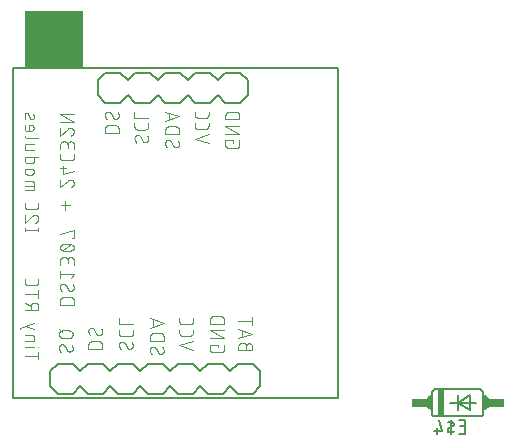
<source format=gbr>
G04 EAGLE Gerber RS-274X export*
G75*
%MOMM*%
%FSLAX34Y34*%
%LPD*%
%INSilkscreen Bottom*%
%IPPOS*%
%AMOC8*
5,1,8,0,0,1.08239X$1,22.5*%
G01*
%ADD10C,0.152400*%
%ADD11C,0.127000*%
%ADD12R,4.900000X5.000000*%
%ADD13C,0.101600*%
%ADD14R,0.508000X2.286000*%
%ADD15R,1.778000X0.762000*%


D10*
X-392176Y456314D02*
X-379476Y456314D01*
X-373126Y462664D01*
X-373126Y475364D02*
X-379476Y481714D01*
X-373126Y462664D02*
X-366776Y456314D01*
X-354076Y456314D01*
X-347726Y462664D01*
X-347726Y475364D02*
X-354076Y481714D01*
X-366776Y481714D01*
X-373126Y475364D01*
X-398526Y475364D02*
X-398526Y462664D01*
X-392176Y456314D01*
X-398526Y475364D02*
X-392176Y481714D01*
X-379476Y481714D01*
X-347726Y462664D02*
X-341376Y456314D01*
X-328676Y456314D01*
X-322326Y462664D01*
X-322326Y475364D02*
X-328676Y481714D01*
X-341376Y481714D01*
X-347726Y475364D01*
X-315976Y456314D02*
X-303276Y456314D01*
X-296926Y462664D01*
X-296926Y475364D02*
X-303276Y481714D01*
X-296926Y462664D02*
X-290576Y456314D01*
X-277876Y456314D01*
X-271526Y462664D01*
X-271526Y475364D01*
X-277876Y481714D01*
X-290576Y481714D01*
X-296926Y475364D01*
X-315976Y456314D02*
X-322326Y462664D01*
X-322326Y475364D02*
X-315976Y481714D01*
X-303276Y481714D01*
X-419576Y210114D02*
X-432276Y210114D01*
X-419576Y210114D02*
X-413226Y216464D01*
X-413226Y229164D02*
X-419576Y235514D01*
X-413226Y216464D02*
X-406876Y210114D01*
X-394176Y210114D01*
X-387826Y216464D01*
X-387826Y229164D02*
X-394176Y235514D01*
X-406876Y235514D01*
X-413226Y229164D01*
X-438626Y229164D02*
X-438626Y216464D01*
X-432276Y210114D01*
X-438626Y229164D02*
X-432276Y235514D01*
X-419576Y235514D01*
X-387826Y216464D02*
X-381476Y210114D01*
X-368776Y210114D01*
X-362426Y216464D01*
X-362426Y229164D02*
X-368776Y235514D01*
X-381476Y235514D01*
X-387826Y229164D01*
X-356076Y210114D02*
X-343376Y210114D01*
X-337026Y216464D01*
X-337026Y229164D02*
X-343376Y235514D01*
X-337026Y216464D02*
X-330676Y210114D01*
X-317976Y210114D01*
X-311626Y216464D01*
X-311626Y229164D02*
X-317976Y235514D01*
X-330676Y235514D01*
X-337026Y229164D01*
X-356076Y210114D02*
X-362426Y216464D01*
X-362426Y229164D02*
X-356076Y235514D01*
X-343376Y235514D01*
X-311626Y216464D02*
X-305276Y210114D01*
X-292576Y210114D01*
X-286226Y216464D01*
X-286226Y229164D02*
X-292576Y235514D01*
X-305276Y235514D01*
X-311626Y229164D01*
X-279876Y210114D02*
X-267176Y210114D01*
X-260826Y216464D01*
X-260826Y229164D01*
X-267176Y235514D01*
X-286226Y216464D02*
X-279876Y210114D01*
X-286226Y229164D02*
X-279876Y235514D01*
X-267176Y235514D01*
D11*
X-195326Y206314D02*
X-195326Y485314D01*
X-195326Y206314D02*
X-470326Y206314D01*
X-470326Y485314D01*
X-195326Y485314D01*
D12*
X-435826Y509314D03*
D13*
X-448834Y242193D02*
X-460518Y242193D01*
X-448834Y238948D02*
X-448834Y245439D01*
X-452729Y249432D02*
X-460518Y249432D01*
X-449483Y249108D02*
X-448834Y249108D01*
X-448834Y249757D01*
X-449483Y249757D01*
X-449483Y249108D01*
X-452729Y254456D02*
X-460518Y254456D01*
X-452729Y254456D02*
X-452729Y257701D01*
X-452731Y257788D01*
X-452737Y257876D01*
X-452747Y257962D01*
X-452760Y258049D01*
X-452778Y258134D01*
X-452799Y258219D01*
X-452824Y258303D01*
X-452853Y258385D01*
X-452886Y258466D01*
X-452922Y258546D01*
X-452961Y258624D01*
X-453005Y258700D01*
X-453051Y258774D01*
X-453101Y258845D01*
X-453154Y258915D01*
X-453210Y258982D01*
X-453269Y259046D01*
X-453330Y259108D01*
X-453395Y259167D01*
X-453462Y259223D01*
X-453532Y259276D01*
X-453603Y259326D01*
X-453677Y259372D01*
X-453753Y259416D01*
X-453831Y259455D01*
X-453911Y259491D01*
X-453992Y259524D01*
X-454074Y259553D01*
X-454158Y259578D01*
X-454243Y259599D01*
X-454328Y259617D01*
X-454415Y259630D01*
X-454501Y259640D01*
X-454589Y259646D01*
X-454676Y259648D01*
X-454676Y259649D02*
X-460518Y259649D01*
X-464413Y264362D02*
X-464413Y265660D01*
X-452729Y269555D01*
X-452729Y264362D02*
X-460518Y266958D01*
X-460518Y280550D02*
X-448834Y280550D01*
X-448834Y283796D01*
X-448836Y283909D01*
X-448842Y284022D01*
X-448852Y284135D01*
X-448866Y284248D01*
X-448883Y284360D01*
X-448905Y284471D01*
X-448930Y284581D01*
X-448960Y284691D01*
X-448993Y284799D01*
X-449030Y284906D01*
X-449070Y285012D01*
X-449115Y285116D01*
X-449163Y285219D01*
X-449214Y285320D01*
X-449269Y285419D01*
X-449327Y285516D01*
X-449389Y285611D01*
X-449454Y285704D01*
X-449522Y285794D01*
X-449593Y285882D01*
X-449668Y285968D01*
X-449745Y286051D01*
X-449825Y286131D01*
X-449908Y286208D01*
X-449994Y286283D01*
X-450082Y286354D01*
X-450172Y286422D01*
X-450265Y286487D01*
X-450360Y286549D01*
X-450457Y286607D01*
X-450556Y286662D01*
X-450657Y286713D01*
X-450760Y286761D01*
X-450864Y286806D01*
X-450970Y286846D01*
X-451077Y286883D01*
X-451185Y286916D01*
X-451295Y286946D01*
X-451405Y286971D01*
X-451516Y286993D01*
X-451628Y287010D01*
X-451741Y287024D01*
X-451854Y287034D01*
X-451967Y287040D01*
X-452080Y287042D01*
X-452193Y287040D01*
X-452306Y287034D01*
X-452419Y287024D01*
X-452532Y287010D01*
X-452644Y286993D01*
X-452755Y286971D01*
X-452865Y286946D01*
X-452975Y286916D01*
X-453083Y286883D01*
X-453190Y286846D01*
X-453296Y286806D01*
X-453400Y286761D01*
X-453503Y286713D01*
X-453604Y286662D01*
X-453703Y286607D01*
X-453800Y286549D01*
X-453895Y286487D01*
X-453988Y286422D01*
X-454078Y286354D01*
X-454166Y286283D01*
X-454252Y286208D01*
X-454335Y286131D01*
X-454415Y286051D01*
X-454492Y285968D01*
X-454567Y285882D01*
X-454638Y285794D01*
X-454706Y285704D01*
X-454771Y285611D01*
X-454833Y285516D01*
X-454891Y285419D01*
X-454946Y285320D01*
X-454997Y285219D01*
X-455045Y285116D01*
X-455090Y285012D01*
X-455130Y284906D01*
X-455167Y284799D01*
X-455200Y284691D01*
X-455230Y284581D01*
X-455255Y284471D01*
X-455277Y284360D01*
X-455294Y284248D01*
X-455308Y284135D01*
X-455318Y284022D01*
X-455324Y283909D01*
X-455326Y283796D01*
X-455325Y283796D02*
X-455325Y280550D01*
X-455325Y284445D02*
X-460518Y287041D01*
X-460518Y294390D02*
X-448834Y294390D01*
X-448834Y291145D02*
X-448834Y297636D01*
X-460518Y304376D02*
X-460518Y306972D01*
X-460518Y304376D02*
X-460516Y304277D01*
X-460510Y304177D01*
X-460501Y304078D01*
X-460488Y303980D01*
X-460471Y303882D01*
X-460450Y303784D01*
X-460425Y303688D01*
X-460397Y303593D01*
X-460365Y303499D01*
X-460330Y303406D01*
X-460291Y303314D01*
X-460248Y303224D01*
X-460203Y303136D01*
X-460153Y303049D01*
X-460101Y302965D01*
X-460045Y302882D01*
X-459987Y302802D01*
X-459925Y302724D01*
X-459860Y302649D01*
X-459792Y302576D01*
X-459722Y302506D01*
X-459649Y302438D01*
X-459574Y302373D01*
X-459496Y302311D01*
X-459416Y302253D01*
X-459333Y302197D01*
X-459249Y302145D01*
X-459162Y302095D01*
X-459074Y302050D01*
X-458984Y302007D01*
X-458892Y301968D01*
X-458799Y301933D01*
X-458705Y301901D01*
X-458610Y301873D01*
X-458514Y301848D01*
X-458416Y301827D01*
X-458318Y301810D01*
X-458220Y301797D01*
X-458121Y301788D01*
X-458021Y301782D01*
X-457922Y301780D01*
X-457922Y301779D02*
X-451430Y301779D01*
X-451331Y301781D01*
X-451231Y301787D01*
X-451132Y301796D01*
X-451034Y301809D01*
X-450936Y301827D01*
X-450838Y301847D01*
X-450742Y301872D01*
X-450646Y301900D01*
X-450552Y301932D01*
X-450459Y301967D01*
X-450368Y302006D01*
X-450278Y302049D01*
X-450189Y302094D01*
X-450103Y302144D01*
X-450018Y302196D01*
X-449936Y302252D01*
X-449856Y302311D01*
X-449778Y302372D01*
X-449702Y302437D01*
X-449629Y302505D01*
X-449559Y302575D01*
X-449491Y302648D01*
X-449426Y302724D01*
X-449365Y302802D01*
X-449306Y302882D01*
X-449250Y302964D01*
X-449198Y303049D01*
X-449149Y303135D01*
X-449103Y303224D01*
X-449060Y303314D01*
X-449021Y303405D01*
X-448986Y303498D01*
X-448954Y303592D01*
X-448926Y303688D01*
X-448901Y303784D01*
X-448881Y303882D01*
X-448863Y303980D01*
X-448850Y304078D01*
X-448841Y304177D01*
X-448835Y304276D01*
X-448833Y304376D01*
X-448834Y304376D02*
X-448834Y306972D01*
X-448834Y348873D02*
X-460518Y348873D01*
X-460518Y347575D02*
X-460518Y350171D01*
X-448834Y350171D02*
X-448834Y347575D01*
X-448834Y358342D02*
X-448836Y358449D01*
X-448842Y358555D01*
X-448852Y358661D01*
X-448865Y358767D01*
X-448883Y358873D01*
X-448904Y358977D01*
X-448929Y359081D01*
X-448958Y359184D01*
X-448990Y359285D01*
X-449027Y359385D01*
X-449067Y359484D01*
X-449110Y359582D01*
X-449157Y359678D01*
X-449208Y359772D01*
X-449262Y359864D01*
X-449319Y359954D01*
X-449379Y360042D01*
X-449443Y360127D01*
X-449510Y360210D01*
X-449580Y360291D01*
X-449652Y360369D01*
X-449728Y360445D01*
X-449806Y360517D01*
X-449887Y360587D01*
X-449970Y360654D01*
X-450055Y360718D01*
X-450143Y360778D01*
X-450233Y360835D01*
X-450325Y360889D01*
X-450419Y360940D01*
X-450515Y360987D01*
X-450613Y361030D01*
X-450712Y361070D01*
X-450812Y361107D01*
X-450913Y361139D01*
X-451016Y361168D01*
X-451120Y361193D01*
X-451224Y361214D01*
X-451330Y361232D01*
X-451436Y361245D01*
X-451542Y361255D01*
X-451648Y361261D01*
X-451755Y361263D01*
X-448834Y358342D02*
X-448836Y358221D01*
X-448842Y358100D01*
X-448852Y357980D01*
X-448865Y357859D01*
X-448883Y357740D01*
X-448904Y357620D01*
X-448929Y357502D01*
X-448958Y357385D01*
X-448991Y357268D01*
X-449027Y357153D01*
X-449068Y357039D01*
X-449111Y356926D01*
X-449159Y356814D01*
X-449210Y356705D01*
X-449265Y356597D01*
X-449323Y356490D01*
X-449384Y356386D01*
X-449449Y356284D01*
X-449517Y356184D01*
X-449588Y356086D01*
X-449662Y355990D01*
X-449739Y355897D01*
X-449820Y355807D01*
X-449903Y355719D01*
X-449989Y355634D01*
X-450078Y355551D01*
X-450169Y355472D01*
X-450263Y355395D01*
X-450359Y355322D01*
X-450457Y355252D01*
X-450558Y355185D01*
X-450661Y355121D01*
X-450766Y355061D01*
X-450873Y355003D01*
X-450981Y354950D01*
X-451091Y354900D01*
X-451203Y354854D01*
X-451316Y354811D01*
X-451431Y354772D01*
X-454027Y360288D02*
X-453949Y360367D01*
X-453869Y360443D01*
X-453786Y360516D01*
X-453700Y360586D01*
X-453613Y360653D01*
X-453522Y360717D01*
X-453430Y360777D01*
X-453336Y360835D01*
X-453239Y360889D01*
X-453141Y360939D01*
X-453041Y360986D01*
X-452940Y361030D01*
X-452837Y361070D01*
X-452732Y361106D01*
X-452627Y361138D01*
X-452520Y361167D01*
X-452413Y361192D01*
X-452304Y361214D01*
X-452195Y361231D01*
X-452086Y361245D01*
X-451976Y361254D01*
X-451865Y361260D01*
X-451755Y361262D01*
X-454027Y360289D02*
X-460518Y354772D01*
X-460518Y361263D01*
X-460518Y368765D02*
X-460518Y371361D01*
X-460518Y368765D02*
X-460516Y368666D01*
X-460510Y368566D01*
X-460501Y368467D01*
X-460488Y368369D01*
X-460471Y368271D01*
X-460450Y368173D01*
X-460425Y368077D01*
X-460397Y367982D01*
X-460365Y367888D01*
X-460330Y367795D01*
X-460291Y367703D01*
X-460248Y367613D01*
X-460203Y367525D01*
X-460153Y367438D01*
X-460101Y367354D01*
X-460045Y367271D01*
X-459987Y367191D01*
X-459925Y367113D01*
X-459860Y367038D01*
X-459792Y366965D01*
X-459722Y366895D01*
X-459649Y366827D01*
X-459574Y366762D01*
X-459496Y366700D01*
X-459416Y366642D01*
X-459333Y366586D01*
X-459249Y366534D01*
X-459162Y366484D01*
X-459074Y366439D01*
X-458984Y366396D01*
X-458892Y366357D01*
X-458799Y366322D01*
X-458705Y366290D01*
X-458610Y366262D01*
X-458514Y366237D01*
X-458416Y366216D01*
X-458318Y366199D01*
X-458220Y366186D01*
X-458121Y366177D01*
X-458021Y366171D01*
X-457922Y366169D01*
X-457922Y366168D02*
X-451430Y366168D01*
X-451331Y366170D01*
X-451231Y366176D01*
X-451132Y366185D01*
X-451034Y366198D01*
X-450936Y366216D01*
X-450838Y366236D01*
X-450742Y366261D01*
X-450646Y366289D01*
X-450552Y366321D01*
X-450459Y366356D01*
X-450368Y366395D01*
X-450278Y366438D01*
X-450189Y366483D01*
X-450103Y366533D01*
X-450018Y366585D01*
X-449936Y366641D01*
X-449856Y366700D01*
X-449778Y366761D01*
X-449702Y366826D01*
X-449629Y366894D01*
X-449559Y366964D01*
X-449491Y367037D01*
X-449426Y367113D01*
X-449365Y367191D01*
X-449306Y367271D01*
X-449250Y367353D01*
X-449198Y367438D01*
X-449149Y367524D01*
X-449103Y367613D01*
X-449060Y367703D01*
X-449021Y367794D01*
X-448986Y367887D01*
X-448954Y367981D01*
X-448926Y368077D01*
X-448901Y368173D01*
X-448881Y368271D01*
X-448863Y368369D01*
X-448850Y368467D01*
X-448841Y368566D01*
X-448835Y368665D01*
X-448833Y368765D01*
X-448834Y368765D02*
X-448834Y371361D01*
X-452729Y382316D02*
X-460518Y382316D01*
X-452729Y382316D02*
X-452729Y388158D01*
X-452731Y388245D01*
X-452737Y388333D01*
X-452747Y388419D01*
X-452760Y388506D01*
X-452778Y388591D01*
X-452799Y388676D01*
X-452824Y388760D01*
X-452853Y388842D01*
X-452886Y388923D01*
X-452922Y389003D01*
X-452961Y389081D01*
X-453005Y389157D01*
X-453051Y389231D01*
X-453101Y389302D01*
X-453154Y389372D01*
X-453210Y389439D01*
X-453269Y389503D01*
X-453331Y389565D01*
X-453395Y389624D01*
X-453462Y389680D01*
X-453532Y389733D01*
X-453603Y389783D01*
X-453677Y389829D01*
X-453753Y389873D01*
X-453831Y389912D01*
X-453911Y389948D01*
X-453992Y389981D01*
X-454074Y390010D01*
X-454158Y390035D01*
X-454243Y390056D01*
X-454328Y390074D01*
X-454415Y390087D01*
X-454501Y390097D01*
X-454589Y390103D01*
X-454676Y390105D01*
X-454676Y390106D02*
X-460518Y390106D01*
X-460518Y386211D02*
X-452729Y386211D01*
X-455325Y395426D02*
X-457922Y395426D01*
X-455325Y395426D02*
X-455224Y395428D01*
X-455124Y395434D01*
X-455024Y395444D01*
X-454924Y395457D01*
X-454825Y395475D01*
X-454726Y395496D01*
X-454629Y395521D01*
X-454532Y395550D01*
X-454437Y395583D01*
X-454343Y395619D01*
X-454251Y395659D01*
X-454160Y395702D01*
X-454071Y395749D01*
X-453984Y395799D01*
X-453898Y395853D01*
X-453815Y395910D01*
X-453735Y395970D01*
X-453656Y396033D01*
X-453580Y396100D01*
X-453507Y396169D01*
X-453437Y396241D01*
X-453369Y396315D01*
X-453304Y396392D01*
X-453243Y396472D01*
X-453184Y396554D01*
X-453129Y396638D01*
X-453077Y396724D01*
X-453028Y396812D01*
X-452983Y396902D01*
X-452941Y396994D01*
X-452903Y397087D01*
X-452869Y397182D01*
X-452838Y397277D01*
X-452811Y397374D01*
X-452788Y397472D01*
X-452768Y397571D01*
X-452753Y397671D01*
X-452741Y397771D01*
X-452733Y397871D01*
X-452729Y397972D01*
X-452729Y398072D01*
X-452733Y398173D01*
X-452741Y398273D01*
X-452753Y398373D01*
X-452768Y398473D01*
X-452788Y398572D01*
X-452811Y398670D01*
X-452838Y398767D01*
X-452869Y398862D01*
X-452903Y398957D01*
X-452941Y399050D01*
X-452983Y399142D01*
X-453028Y399232D01*
X-453077Y399320D01*
X-453129Y399406D01*
X-453184Y399490D01*
X-453243Y399572D01*
X-453304Y399652D01*
X-453369Y399729D01*
X-453437Y399803D01*
X-453507Y399875D01*
X-453580Y399944D01*
X-453656Y400011D01*
X-453735Y400074D01*
X-453815Y400134D01*
X-453898Y400191D01*
X-453984Y400245D01*
X-454071Y400295D01*
X-454160Y400342D01*
X-454251Y400385D01*
X-454343Y400425D01*
X-454437Y400461D01*
X-454532Y400494D01*
X-454629Y400523D01*
X-454726Y400548D01*
X-454825Y400569D01*
X-454924Y400587D01*
X-455024Y400600D01*
X-455124Y400610D01*
X-455224Y400616D01*
X-455325Y400618D01*
X-455325Y400619D02*
X-457922Y400619D01*
X-457922Y400618D02*
X-458023Y400616D01*
X-458123Y400610D01*
X-458223Y400600D01*
X-458323Y400587D01*
X-458422Y400569D01*
X-458521Y400548D01*
X-458618Y400523D01*
X-458715Y400494D01*
X-458810Y400461D01*
X-458904Y400425D01*
X-458996Y400385D01*
X-459087Y400342D01*
X-459176Y400295D01*
X-459263Y400245D01*
X-459349Y400191D01*
X-459432Y400134D01*
X-459512Y400074D01*
X-459591Y400011D01*
X-459667Y399944D01*
X-459740Y399875D01*
X-459810Y399803D01*
X-459878Y399729D01*
X-459943Y399652D01*
X-460004Y399572D01*
X-460063Y399490D01*
X-460118Y399406D01*
X-460170Y399320D01*
X-460219Y399232D01*
X-460264Y399142D01*
X-460306Y399050D01*
X-460344Y398957D01*
X-460378Y398862D01*
X-460409Y398767D01*
X-460436Y398670D01*
X-460459Y398572D01*
X-460479Y398473D01*
X-460494Y398373D01*
X-460506Y398273D01*
X-460514Y398173D01*
X-460518Y398072D01*
X-460518Y397972D01*
X-460514Y397871D01*
X-460506Y397771D01*
X-460494Y397671D01*
X-460479Y397571D01*
X-460459Y397472D01*
X-460436Y397374D01*
X-460409Y397277D01*
X-460378Y397182D01*
X-460344Y397087D01*
X-460306Y396994D01*
X-460264Y396902D01*
X-460219Y396812D01*
X-460170Y396724D01*
X-460118Y396638D01*
X-460063Y396554D01*
X-460004Y396472D01*
X-459943Y396392D01*
X-459878Y396315D01*
X-459810Y396241D01*
X-459740Y396169D01*
X-459667Y396100D01*
X-459591Y396033D01*
X-459512Y395970D01*
X-459432Y395910D01*
X-459349Y395853D01*
X-459263Y395799D01*
X-459176Y395749D01*
X-459087Y395702D01*
X-458996Y395659D01*
X-458904Y395619D01*
X-458810Y395583D01*
X-458715Y395550D01*
X-458618Y395521D01*
X-458521Y395496D01*
X-458422Y395475D01*
X-458323Y395457D01*
X-458223Y395444D01*
X-458123Y395434D01*
X-458023Y395428D01*
X-457922Y395426D01*
X-460518Y410466D02*
X-448834Y410466D01*
X-460518Y410466D02*
X-460518Y407220D01*
X-460516Y407133D01*
X-460510Y407045D01*
X-460500Y406959D01*
X-460487Y406872D01*
X-460469Y406787D01*
X-460448Y406702D01*
X-460423Y406618D01*
X-460394Y406536D01*
X-460361Y406455D01*
X-460325Y406375D01*
X-460286Y406297D01*
X-460242Y406221D01*
X-460196Y406147D01*
X-460146Y406076D01*
X-460093Y406006D01*
X-460037Y405939D01*
X-459978Y405875D01*
X-459916Y405813D01*
X-459852Y405754D01*
X-459785Y405698D01*
X-459715Y405645D01*
X-459644Y405595D01*
X-459570Y405549D01*
X-459494Y405505D01*
X-459416Y405466D01*
X-459336Y405430D01*
X-459255Y405397D01*
X-459173Y405368D01*
X-459089Y405343D01*
X-459004Y405322D01*
X-458919Y405304D01*
X-458832Y405291D01*
X-458746Y405281D01*
X-458658Y405275D01*
X-458571Y405273D01*
X-454676Y405273D01*
X-454589Y405275D01*
X-454501Y405281D01*
X-454415Y405291D01*
X-454328Y405304D01*
X-454243Y405322D01*
X-454158Y405343D01*
X-454074Y405368D01*
X-453992Y405397D01*
X-453911Y405430D01*
X-453831Y405466D01*
X-453753Y405505D01*
X-453677Y405549D01*
X-453603Y405595D01*
X-453532Y405645D01*
X-453462Y405698D01*
X-453395Y405754D01*
X-453331Y405813D01*
X-453269Y405875D01*
X-453210Y405939D01*
X-453154Y406006D01*
X-453101Y406076D01*
X-453051Y406147D01*
X-453005Y406221D01*
X-452961Y406297D01*
X-452922Y406375D01*
X-452886Y406455D01*
X-452853Y406536D01*
X-452824Y406618D01*
X-452799Y406702D01*
X-452778Y406787D01*
X-452760Y406872D01*
X-452747Y406959D01*
X-452737Y407045D01*
X-452731Y407133D01*
X-452729Y407220D01*
X-452729Y410466D01*
X-452729Y416000D02*
X-458571Y416000D01*
X-458658Y416002D01*
X-458746Y416008D01*
X-458832Y416018D01*
X-458919Y416031D01*
X-459004Y416049D01*
X-459089Y416070D01*
X-459173Y416095D01*
X-459255Y416124D01*
X-459336Y416157D01*
X-459416Y416193D01*
X-459494Y416232D01*
X-459570Y416276D01*
X-459644Y416322D01*
X-459715Y416372D01*
X-459785Y416425D01*
X-459852Y416481D01*
X-459916Y416540D01*
X-459978Y416602D01*
X-460037Y416666D01*
X-460093Y416733D01*
X-460146Y416803D01*
X-460196Y416874D01*
X-460242Y416948D01*
X-460286Y417024D01*
X-460325Y417102D01*
X-460361Y417182D01*
X-460394Y417263D01*
X-460423Y417345D01*
X-460448Y417429D01*
X-460469Y417514D01*
X-460487Y417599D01*
X-460500Y417686D01*
X-460510Y417772D01*
X-460516Y417860D01*
X-460518Y417947D01*
X-460518Y421192D01*
X-452729Y421192D01*
X-448834Y426436D02*
X-458571Y426436D01*
X-458658Y426438D01*
X-458746Y426444D01*
X-458832Y426454D01*
X-458919Y426467D01*
X-459004Y426485D01*
X-459089Y426506D01*
X-459173Y426531D01*
X-459255Y426560D01*
X-459336Y426593D01*
X-459416Y426629D01*
X-459494Y426668D01*
X-459570Y426712D01*
X-459644Y426758D01*
X-459715Y426808D01*
X-459785Y426861D01*
X-459852Y426917D01*
X-459916Y426976D01*
X-459978Y427038D01*
X-460037Y427102D01*
X-460093Y427169D01*
X-460146Y427239D01*
X-460196Y427310D01*
X-460242Y427384D01*
X-460286Y427460D01*
X-460325Y427538D01*
X-460361Y427618D01*
X-460394Y427699D01*
X-460423Y427781D01*
X-460448Y427865D01*
X-460469Y427950D01*
X-460487Y428035D01*
X-460500Y428122D01*
X-460510Y428208D01*
X-460516Y428296D01*
X-460518Y428383D01*
X-460518Y434330D02*
X-460518Y437575D01*
X-460518Y434330D02*
X-460516Y434243D01*
X-460510Y434155D01*
X-460500Y434069D01*
X-460487Y433982D01*
X-460469Y433897D01*
X-460448Y433812D01*
X-460423Y433728D01*
X-460394Y433646D01*
X-460361Y433565D01*
X-460325Y433485D01*
X-460286Y433407D01*
X-460242Y433331D01*
X-460196Y433257D01*
X-460146Y433186D01*
X-460093Y433116D01*
X-460037Y433049D01*
X-459978Y432985D01*
X-459916Y432923D01*
X-459852Y432864D01*
X-459785Y432808D01*
X-459715Y432755D01*
X-459644Y432705D01*
X-459570Y432659D01*
X-459494Y432615D01*
X-459416Y432576D01*
X-459336Y432540D01*
X-459255Y432507D01*
X-459173Y432478D01*
X-459089Y432453D01*
X-459004Y432432D01*
X-458919Y432414D01*
X-458832Y432401D01*
X-458746Y432391D01*
X-458658Y432385D01*
X-458571Y432383D01*
X-455325Y432383D01*
X-455224Y432385D01*
X-455124Y432391D01*
X-455024Y432401D01*
X-454924Y432414D01*
X-454825Y432432D01*
X-454726Y432453D01*
X-454629Y432478D01*
X-454532Y432507D01*
X-454437Y432540D01*
X-454343Y432576D01*
X-454251Y432616D01*
X-454160Y432659D01*
X-454071Y432706D01*
X-453984Y432756D01*
X-453898Y432810D01*
X-453815Y432867D01*
X-453735Y432927D01*
X-453656Y432990D01*
X-453580Y433057D01*
X-453507Y433126D01*
X-453437Y433198D01*
X-453369Y433272D01*
X-453304Y433349D01*
X-453243Y433429D01*
X-453184Y433511D01*
X-453129Y433595D01*
X-453077Y433681D01*
X-453028Y433769D01*
X-452983Y433859D01*
X-452941Y433951D01*
X-452903Y434044D01*
X-452869Y434139D01*
X-452838Y434234D01*
X-452811Y434331D01*
X-452788Y434429D01*
X-452768Y434528D01*
X-452753Y434628D01*
X-452741Y434728D01*
X-452733Y434828D01*
X-452729Y434929D01*
X-452729Y435029D01*
X-452733Y435130D01*
X-452741Y435230D01*
X-452753Y435330D01*
X-452768Y435430D01*
X-452788Y435529D01*
X-452811Y435627D01*
X-452838Y435724D01*
X-452869Y435819D01*
X-452903Y435914D01*
X-452941Y436007D01*
X-452983Y436099D01*
X-453028Y436189D01*
X-453077Y436277D01*
X-453129Y436363D01*
X-453184Y436447D01*
X-453243Y436529D01*
X-453304Y436609D01*
X-453369Y436686D01*
X-453437Y436760D01*
X-453507Y436832D01*
X-453580Y436901D01*
X-453656Y436968D01*
X-453735Y437031D01*
X-453815Y437091D01*
X-453898Y437148D01*
X-453984Y437202D01*
X-454071Y437252D01*
X-454160Y437299D01*
X-454251Y437342D01*
X-454343Y437382D01*
X-454437Y437418D01*
X-454532Y437451D01*
X-454629Y437480D01*
X-454726Y437505D01*
X-454825Y437526D01*
X-454924Y437544D01*
X-455024Y437557D01*
X-455124Y437567D01*
X-455224Y437573D01*
X-455325Y437575D01*
X-456623Y437575D01*
X-456623Y432383D01*
X-455974Y443262D02*
X-457272Y446508D01*
X-455975Y443262D02*
X-455942Y443187D01*
X-455906Y443113D01*
X-455867Y443041D01*
X-455824Y442971D01*
X-455778Y442904D01*
X-455728Y442838D01*
X-455676Y442776D01*
X-455620Y442715D01*
X-455562Y442658D01*
X-455501Y442603D01*
X-455437Y442552D01*
X-455371Y442504D01*
X-455302Y442459D01*
X-455232Y442417D01*
X-455159Y442379D01*
X-455085Y442344D01*
X-455009Y442313D01*
X-454932Y442286D01*
X-454853Y442263D01*
X-454774Y442243D01*
X-454693Y442228D01*
X-454612Y442216D01*
X-454530Y442208D01*
X-454449Y442204D01*
X-454367Y442205D01*
X-454285Y442209D01*
X-454203Y442217D01*
X-454122Y442229D01*
X-454042Y442245D01*
X-453962Y442265D01*
X-453884Y442289D01*
X-453807Y442317D01*
X-453731Y442348D01*
X-453657Y442383D01*
X-453585Y442421D01*
X-453514Y442463D01*
X-453446Y442509D01*
X-453380Y442557D01*
X-453317Y442609D01*
X-453256Y442664D01*
X-453198Y442722D01*
X-453142Y442782D01*
X-453090Y442845D01*
X-453041Y442911D01*
X-452995Y442979D01*
X-452953Y443049D01*
X-452913Y443121D01*
X-452878Y443195D01*
X-452846Y443270D01*
X-452818Y443347D01*
X-452794Y443425D01*
X-452773Y443505D01*
X-452756Y443585D01*
X-452744Y443666D01*
X-452735Y443747D01*
X-452730Y443829D01*
X-452729Y443911D01*
X-452733Y444088D01*
X-452742Y444265D01*
X-452756Y444442D01*
X-452773Y444619D01*
X-452795Y444794D01*
X-452820Y444970D01*
X-452851Y445144D01*
X-452885Y445318D01*
X-452923Y445491D01*
X-452966Y445663D01*
X-453013Y445834D01*
X-453063Y446004D01*
X-453118Y446173D01*
X-453177Y446340D01*
X-453240Y446506D01*
X-453307Y446670D01*
X-453378Y446832D01*
X-457272Y446508D02*
X-457305Y446583D01*
X-457341Y446657D01*
X-457380Y446729D01*
X-457423Y446799D01*
X-457469Y446866D01*
X-457519Y446932D01*
X-457571Y446994D01*
X-457627Y447055D01*
X-457685Y447112D01*
X-457746Y447167D01*
X-457810Y447218D01*
X-457876Y447266D01*
X-457945Y447311D01*
X-458015Y447353D01*
X-458088Y447391D01*
X-458162Y447426D01*
X-458238Y447457D01*
X-458315Y447484D01*
X-458394Y447507D01*
X-458474Y447527D01*
X-458554Y447542D01*
X-458635Y447554D01*
X-458717Y447562D01*
X-458798Y447566D01*
X-458880Y447565D01*
X-458962Y447561D01*
X-459044Y447553D01*
X-459125Y447541D01*
X-459205Y447525D01*
X-459285Y447505D01*
X-459363Y447481D01*
X-459440Y447453D01*
X-459516Y447422D01*
X-459590Y447387D01*
X-459662Y447349D01*
X-459733Y447307D01*
X-459801Y447261D01*
X-459867Y447213D01*
X-459930Y447161D01*
X-459991Y447106D01*
X-460049Y447048D01*
X-460105Y446988D01*
X-460157Y446925D01*
X-460206Y446859D01*
X-460252Y446791D01*
X-460294Y446721D01*
X-460334Y446649D01*
X-460369Y446575D01*
X-460401Y446500D01*
X-460429Y446423D01*
X-460453Y446345D01*
X-460474Y446265D01*
X-460491Y446185D01*
X-460503Y446104D01*
X-460512Y446023D01*
X-460517Y445941D01*
X-460518Y445859D01*
X-460511Y445599D01*
X-460498Y445339D01*
X-460479Y445079D01*
X-460454Y444820D01*
X-460422Y444561D01*
X-460385Y444304D01*
X-460341Y444047D01*
X-460292Y443791D01*
X-460236Y443537D01*
X-460175Y443284D01*
X-460107Y443033D01*
X-460033Y442783D01*
X-459954Y442535D01*
X-459869Y442289D01*
X-392518Y430885D02*
X-380834Y430885D01*
X-380834Y434130D01*
X-380836Y434243D01*
X-380842Y434356D01*
X-380852Y434469D01*
X-380866Y434582D01*
X-380883Y434694D01*
X-380905Y434805D01*
X-380930Y434915D01*
X-380960Y435025D01*
X-380993Y435133D01*
X-381030Y435240D01*
X-381070Y435346D01*
X-381115Y435450D01*
X-381163Y435553D01*
X-381214Y435654D01*
X-381269Y435753D01*
X-381327Y435850D01*
X-381389Y435945D01*
X-381454Y436038D01*
X-381522Y436128D01*
X-381593Y436216D01*
X-381668Y436302D01*
X-381745Y436385D01*
X-381825Y436465D01*
X-381908Y436542D01*
X-381994Y436617D01*
X-382082Y436688D01*
X-382172Y436756D01*
X-382265Y436821D01*
X-382360Y436883D01*
X-382457Y436941D01*
X-382556Y436996D01*
X-382657Y437047D01*
X-382760Y437095D01*
X-382864Y437140D01*
X-382970Y437180D01*
X-383077Y437217D01*
X-383185Y437250D01*
X-383295Y437280D01*
X-383405Y437305D01*
X-383516Y437327D01*
X-383628Y437344D01*
X-383741Y437358D01*
X-383854Y437368D01*
X-383967Y437374D01*
X-384080Y437376D01*
X-389272Y437376D01*
X-389272Y437377D02*
X-389385Y437375D01*
X-389498Y437369D01*
X-389611Y437359D01*
X-389724Y437345D01*
X-389836Y437328D01*
X-389947Y437306D01*
X-390057Y437281D01*
X-390167Y437251D01*
X-390275Y437218D01*
X-390382Y437181D01*
X-390488Y437141D01*
X-390592Y437096D01*
X-390695Y437048D01*
X-390796Y436997D01*
X-390895Y436942D01*
X-390992Y436884D01*
X-391087Y436822D01*
X-391180Y436757D01*
X-391270Y436689D01*
X-391358Y436618D01*
X-391444Y436543D01*
X-391527Y436466D01*
X-391607Y436386D01*
X-391684Y436303D01*
X-391759Y436217D01*
X-391830Y436129D01*
X-391898Y436039D01*
X-391963Y435946D01*
X-392025Y435851D01*
X-392083Y435754D01*
X-392138Y435655D01*
X-392189Y435554D01*
X-392237Y435451D01*
X-392282Y435347D01*
X-392322Y435241D01*
X-392359Y435134D01*
X-392392Y435026D01*
X-392422Y434916D01*
X-392447Y434806D01*
X-392469Y434695D01*
X-392486Y434583D01*
X-392500Y434470D01*
X-392510Y434357D01*
X-392516Y434244D01*
X-392518Y434131D01*
X-392518Y434130D02*
X-392518Y430885D01*
X-392518Y446210D02*
X-392516Y446309D01*
X-392510Y446409D01*
X-392501Y446508D01*
X-392488Y446606D01*
X-392471Y446704D01*
X-392450Y446802D01*
X-392425Y446898D01*
X-392397Y446993D01*
X-392365Y447087D01*
X-392330Y447180D01*
X-392291Y447272D01*
X-392248Y447362D01*
X-392203Y447450D01*
X-392153Y447537D01*
X-392101Y447621D01*
X-392045Y447704D01*
X-391987Y447784D01*
X-391925Y447862D01*
X-391860Y447937D01*
X-391792Y448010D01*
X-391722Y448080D01*
X-391649Y448148D01*
X-391574Y448213D01*
X-391496Y448275D01*
X-391416Y448333D01*
X-391333Y448389D01*
X-391249Y448441D01*
X-391162Y448491D01*
X-391074Y448536D01*
X-390984Y448579D01*
X-390892Y448618D01*
X-390799Y448653D01*
X-390705Y448685D01*
X-390610Y448713D01*
X-390514Y448738D01*
X-390416Y448759D01*
X-390318Y448776D01*
X-390220Y448789D01*
X-390121Y448798D01*
X-390021Y448804D01*
X-389922Y448806D01*
X-392518Y446210D02*
X-392516Y446066D01*
X-392510Y445921D01*
X-392501Y445777D01*
X-392488Y445634D01*
X-392471Y445490D01*
X-392450Y445347D01*
X-392425Y445205D01*
X-392397Y445064D01*
X-392365Y444923D01*
X-392329Y444783D01*
X-392290Y444644D01*
X-392247Y444506D01*
X-392200Y444370D01*
X-392150Y444234D01*
X-392096Y444100D01*
X-392039Y443968D01*
X-391978Y443837D01*
X-391914Y443708D01*
X-391846Y443580D01*
X-391776Y443454D01*
X-391701Y443330D01*
X-391624Y443209D01*
X-391543Y443089D01*
X-391460Y442971D01*
X-391373Y442856D01*
X-391283Y442743D01*
X-391190Y442632D01*
X-391095Y442524D01*
X-390996Y442418D01*
X-390895Y442315D01*
X-383430Y442640D02*
X-383331Y442642D01*
X-383231Y442648D01*
X-383132Y442657D01*
X-383034Y442670D01*
X-382936Y442687D01*
X-382838Y442708D01*
X-382742Y442733D01*
X-382647Y442761D01*
X-382553Y442793D01*
X-382460Y442828D01*
X-382368Y442867D01*
X-382278Y442910D01*
X-382190Y442955D01*
X-382103Y443005D01*
X-382019Y443057D01*
X-381936Y443113D01*
X-381856Y443171D01*
X-381778Y443233D01*
X-381703Y443298D01*
X-381630Y443366D01*
X-381560Y443436D01*
X-381492Y443509D01*
X-381427Y443584D01*
X-381365Y443662D01*
X-381307Y443742D01*
X-381251Y443825D01*
X-381199Y443909D01*
X-381149Y443996D01*
X-381104Y444084D01*
X-381061Y444174D01*
X-381022Y444266D01*
X-380987Y444359D01*
X-380955Y444453D01*
X-380927Y444548D01*
X-380902Y444644D01*
X-380881Y444742D01*
X-380864Y444840D01*
X-380851Y444938D01*
X-380842Y445037D01*
X-380836Y445137D01*
X-380834Y445236D01*
X-380836Y445372D01*
X-380842Y445508D01*
X-380851Y445644D01*
X-380864Y445780D01*
X-380882Y445915D01*
X-380902Y446049D01*
X-380927Y446183D01*
X-380955Y446317D01*
X-380988Y446449D01*
X-381023Y446580D01*
X-381063Y446711D01*
X-381106Y446840D01*
X-381152Y446968D01*
X-381203Y447094D01*
X-381256Y447220D01*
X-381314Y447343D01*
X-381374Y447465D01*
X-381438Y447585D01*
X-381506Y447704D01*
X-381576Y447820D01*
X-381650Y447934D01*
X-381727Y448047D01*
X-381808Y448157D01*
X-385702Y443937D02*
X-385649Y443851D01*
X-385592Y443767D01*
X-385533Y443685D01*
X-385470Y443605D01*
X-385404Y443528D01*
X-385336Y443453D01*
X-385264Y443381D01*
X-385190Y443312D01*
X-385113Y443246D01*
X-385034Y443183D01*
X-384952Y443123D01*
X-384868Y443066D01*
X-384782Y443012D01*
X-384694Y442962D01*
X-384604Y442915D01*
X-384513Y442871D01*
X-384419Y442832D01*
X-384325Y442795D01*
X-384229Y442763D01*
X-384131Y442734D01*
X-384033Y442709D01*
X-383934Y442688D01*
X-383834Y442670D01*
X-383734Y442657D01*
X-383633Y442647D01*
X-383531Y442641D01*
X-383430Y442639D01*
X-387650Y447508D02*
X-387703Y447594D01*
X-387760Y447678D01*
X-387819Y447760D01*
X-387882Y447840D01*
X-387948Y447917D01*
X-388016Y447992D01*
X-388088Y448064D01*
X-388162Y448133D01*
X-388239Y448199D01*
X-388318Y448262D01*
X-388400Y448322D01*
X-388484Y448379D01*
X-388570Y448433D01*
X-388658Y448483D01*
X-388748Y448530D01*
X-388839Y448574D01*
X-388933Y448613D01*
X-389027Y448650D01*
X-389123Y448682D01*
X-389221Y448711D01*
X-389319Y448736D01*
X-389418Y448757D01*
X-389518Y448775D01*
X-389618Y448788D01*
X-389719Y448798D01*
X-389821Y448804D01*
X-389922Y448806D01*
X-387650Y447508D02*
X-385702Y443938D01*
X-367518Y426530D02*
X-367516Y426629D01*
X-367510Y426729D01*
X-367501Y426828D01*
X-367488Y426926D01*
X-367471Y427024D01*
X-367450Y427122D01*
X-367425Y427218D01*
X-367397Y427313D01*
X-367365Y427407D01*
X-367330Y427500D01*
X-367291Y427592D01*
X-367248Y427682D01*
X-367203Y427770D01*
X-367153Y427857D01*
X-367101Y427941D01*
X-367045Y428024D01*
X-366987Y428104D01*
X-366925Y428182D01*
X-366860Y428257D01*
X-366792Y428330D01*
X-366722Y428400D01*
X-366649Y428468D01*
X-366574Y428533D01*
X-366496Y428595D01*
X-366416Y428653D01*
X-366333Y428709D01*
X-366249Y428761D01*
X-366162Y428811D01*
X-366074Y428856D01*
X-365984Y428899D01*
X-365892Y428938D01*
X-365799Y428973D01*
X-365705Y429005D01*
X-365610Y429033D01*
X-365514Y429058D01*
X-365416Y429079D01*
X-365318Y429096D01*
X-365220Y429109D01*
X-365121Y429118D01*
X-365021Y429124D01*
X-364922Y429126D01*
X-367518Y426530D02*
X-367516Y426386D01*
X-367510Y426241D01*
X-367501Y426097D01*
X-367488Y425954D01*
X-367471Y425810D01*
X-367450Y425667D01*
X-367425Y425525D01*
X-367397Y425384D01*
X-367365Y425243D01*
X-367329Y425103D01*
X-367290Y424964D01*
X-367247Y424826D01*
X-367200Y424690D01*
X-367150Y424554D01*
X-367096Y424420D01*
X-367039Y424288D01*
X-366978Y424157D01*
X-366914Y424028D01*
X-366846Y423900D01*
X-366776Y423774D01*
X-366701Y423650D01*
X-366624Y423529D01*
X-366543Y423409D01*
X-366460Y423291D01*
X-366373Y423176D01*
X-366283Y423063D01*
X-366190Y422952D01*
X-366095Y422844D01*
X-365996Y422738D01*
X-365895Y422635D01*
X-358430Y422961D02*
X-358331Y422963D01*
X-358231Y422969D01*
X-358132Y422978D01*
X-358034Y422991D01*
X-357936Y423008D01*
X-357838Y423029D01*
X-357742Y423054D01*
X-357647Y423082D01*
X-357553Y423114D01*
X-357460Y423149D01*
X-357368Y423188D01*
X-357278Y423231D01*
X-357190Y423276D01*
X-357103Y423326D01*
X-357019Y423378D01*
X-356936Y423434D01*
X-356856Y423492D01*
X-356778Y423554D01*
X-356703Y423619D01*
X-356630Y423687D01*
X-356560Y423757D01*
X-356492Y423830D01*
X-356427Y423905D01*
X-356365Y423983D01*
X-356307Y424063D01*
X-356251Y424146D01*
X-356199Y424230D01*
X-356149Y424317D01*
X-356104Y424405D01*
X-356061Y424495D01*
X-356022Y424587D01*
X-355987Y424680D01*
X-355955Y424774D01*
X-355927Y424869D01*
X-355902Y424965D01*
X-355881Y425063D01*
X-355864Y425161D01*
X-355851Y425259D01*
X-355842Y425358D01*
X-355836Y425458D01*
X-355834Y425557D01*
X-355836Y425693D01*
X-355842Y425829D01*
X-355851Y425965D01*
X-355864Y426101D01*
X-355882Y426236D01*
X-355902Y426370D01*
X-355927Y426504D01*
X-355955Y426638D01*
X-355988Y426770D01*
X-356023Y426901D01*
X-356063Y427032D01*
X-356106Y427161D01*
X-356152Y427289D01*
X-356203Y427415D01*
X-356256Y427541D01*
X-356314Y427664D01*
X-356374Y427786D01*
X-356438Y427906D01*
X-356506Y428025D01*
X-356576Y428141D01*
X-356650Y428255D01*
X-356727Y428368D01*
X-356808Y428478D01*
X-360702Y424258D02*
X-360649Y424172D01*
X-360592Y424088D01*
X-360533Y424006D01*
X-360470Y423926D01*
X-360404Y423849D01*
X-360336Y423774D01*
X-360264Y423702D01*
X-360190Y423633D01*
X-360113Y423567D01*
X-360034Y423504D01*
X-359952Y423444D01*
X-359868Y423387D01*
X-359782Y423333D01*
X-359694Y423283D01*
X-359604Y423236D01*
X-359513Y423192D01*
X-359419Y423153D01*
X-359325Y423116D01*
X-359229Y423084D01*
X-359131Y423055D01*
X-359033Y423030D01*
X-358934Y423009D01*
X-358834Y422991D01*
X-358734Y422978D01*
X-358633Y422968D01*
X-358531Y422962D01*
X-358430Y422960D01*
X-362650Y427829D02*
X-362703Y427915D01*
X-362760Y427999D01*
X-362819Y428081D01*
X-362882Y428161D01*
X-362948Y428238D01*
X-363016Y428313D01*
X-363088Y428385D01*
X-363162Y428454D01*
X-363239Y428520D01*
X-363318Y428583D01*
X-363400Y428643D01*
X-363484Y428700D01*
X-363570Y428754D01*
X-363658Y428804D01*
X-363748Y428851D01*
X-363839Y428895D01*
X-363933Y428934D01*
X-364027Y428971D01*
X-364123Y429003D01*
X-364221Y429032D01*
X-364319Y429057D01*
X-364418Y429078D01*
X-364518Y429096D01*
X-364618Y429109D01*
X-364719Y429119D01*
X-364821Y429125D01*
X-364922Y429127D01*
X-362650Y427828D02*
X-360702Y424258D01*
X-367518Y436248D02*
X-367518Y438844D01*
X-367518Y436248D02*
X-367516Y436149D01*
X-367510Y436049D01*
X-367501Y435950D01*
X-367488Y435852D01*
X-367471Y435754D01*
X-367450Y435656D01*
X-367425Y435560D01*
X-367397Y435465D01*
X-367365Y435371D01*
X-367330Y435278D01*
X-367291Y435186D01*
X-367248Y435096D01*
X-367203Y435008D01*
X-367153Y434921D01*
X-367101Y434837D01*
X-367045Y434754D01*
X-366987Y434674D01*
X-366925Y434596D01*
X-366860Y434521D01*
X-366792Y434448D01*
X-366722Y434378D01*
X-366649Y434310D01*
X-366574Y434245D01*
X-366496Y434183D01*
X-366416Y434125D01*
X-366333Y434069D01*
X-366249Y434017D01*
X-366162Y433967D01*
X-366074Y433922D01*
X-365984Y433879D01*
X-365892Y433840D01*
X-365799Y433805D01*
X-365705Y433773D01*
X-365610Y433745D01*
X-365514Y433720D01*
X-365416Y433699D01*
X-365318Y433682D01*
X-365220Y433669D01*
X-365121Y433660D01*
X-365021Y433654D01*
X-364922Y433652D01*
X-364922Y433651D02*
X-358430Y433651D01*
X-358331Y433653D01*
X-358231Y433659D01*
X-358132Y433668D01*
X-358034Y433681D01*
X-357936Y433699D01*
X-357838Y433719D01*
X-357742Y433744D01*
X-357646Y433772D01*
X-357552Y433804D01*
X-357459Y433839D01*
X-357368Y433878D01*
X-357278Y433921D01*
X-357189Y433966D01*
X-357103Y434016D01*
X-357018Y434068D01*
X-356936Y434124D01*
X-356856Y434183D01*
X-356778Y434244D01*
X-356702Y434309D01*
X-356629Y434377D01*
X-356559Y434447D01*
X-356491Y434520D01*
X-356426Y434596D01*
X-356365Y434674D01*
X-356306Y434754D01*
X-356250Y434836D01*
X-356198Y434921D01*
X-356149Y435007D01*
X-356103Y435096D01*
X-356060Y435186D01*
X-356021Y435277D01*
X-355986Y435370D01*
X-355954Y435464D01*
X-355926Y435560D01*
X-355901Y435656D01*
X-355881Y435754D01*
X-355863Y435852D01*
X-355850Y435950D01*
X-355841Y436049D01*
X-355835Y436148D01*
X-355833Y436248D01*
X-355834Y436248D02*
X-355834Y438844D01*
X-355834Y443613D02*
X-367518Y443613D01*
X-367518Y448806D01*
X-341518Y422320D02*
X-341516Y422419D01*
X-341510Y422519D01*
X-341501Y422618D01*
X-341488Y422716D01*
X-341471Y422814D01*
X-341450Y422912D01*
X-341425Y423008D01*
X-341397Y423103D01*
X-341365Y423197D01*
X-341330Y423290D01*
X-341291Y423382D01*
X-341248Y423472D01*
X-341203Y423560D01*
X-341153Y423647D01*
X-341101Y423731D01*
X-341045Y423814D01*
X-340987Y423894D01*
X-340925Y423972D01*
X-340860Y424047D01*
X-340792Y424120D01*
X-340722Y424190D01*
X-340649Y424258D01*
X-340574Y424323D01*
X-340496Y424385D01*
X-340416Y424443D01*
X-340333Y424499D01*
X-340249Y424551D01*
X-340162Y424601D01*
X-340074Y424646D01*
X-339984Y424689D01*
X-339892Y424728D01*
X-339799Y424763D01*
X-339705Y424795D01*
X-339610Y424823D01*
X-339514Y424848D01*
X-339416Y424869D01*
X-339318Y424886D01*
X-339220Y424899D01*
X-339121Y424908D01*
X-339021Y424914D01*
X-338922Y424916D01*
X-341518Y422320D02*
X-341516Y422176D01*
X-341510Y422031D01*
X-341501Y421887D01*
X-341488Y421744D01*
X-341471Y421600D01*
X-341450Y421457D01*
X-341425Y421315D01*
X-341397Y421174D01*
X-341365Y421033D01*
X-341329Y420893D01*
X-341290Y420754D01*
X-341247Y420616D01*
X-341200Y420480D01*
X-341150Y420344D01*
X-341096Y420210D01*
X-341039Y420078D01*
X-340978Y419947D01*
X-340914Y419818D01*
X-340846Y419690D01*
X-340776Y419564D01*
X-340701Y419440D01*
X-340624Y419319D01*
X-340543Y419199D01*
X-340460Y419081D01*
X-340373Y418966D01*
X-340283Y418853D01*
X-340190Y418742D01*
X-340095Y418634D01*
X-339996Y418528D01*
X-339895Y418425D01*
X-332430Y418750D02*
X-332331Y418752D01*
X-332231Y418758D01*
X-332132Y418767D01*
X-332034Y418780D01*
X-331936Y418797D01*
X-331838Y418818D01*
X-331742Y418843D01*
X-331647Y418871D01*
X-331553Y418903D01*
X-331460Y418938D01*
X-331368Y418977D01*
X-331278Y419020D01*
X-331190Y419065D01*
X-331103Y419115D01*
X-331019Y419167D01*
X-330936Y419223D01*
X-330856Y419281D01*
X-330778Y419343D01*
X-330703Y419408D01*
X-330630Y419476D01*
X-330560Y419546D01*
X-330492Y419619D01*
X-330427Y419694D01*
X-330365Y419772D01*
X-330307Y419852D01*
X-330251Y419935D01*
X-330199Y420019D01*
X-330149Y420106D01*
X-330104Y420194D01*
X-330061Y420284D01*
X-330022Y420376D01*
X-329987Y420469D01*
X-329955Y420563D01*
X-329927Y420658D01*
X-329902Y420754D01*
X-329881Y420852D01*
X-329864Y420950D01*
X-329851Y421048D01*
X-329842Y421147D01*
X-329836Y421247D01*
X-329834Y421346D01*
X-329836Y421482D01*
X-329842Y421618D01*
X-329851Y421754D01*
X-329864Y421890D01*
X-329882Y422025D01*
X-329902Y422159D01*
X-329927Y422293D01*
X-329955Y422427D01*
X-329988Y422559D01*
X-330023Y422690D01*
X-330063Y422821D01*
X-330106Y422950D01*
X-330152Y423078D01*
X-330203Y423204D01*
X-330256Y423330D01*
X-330314Y423453D01*
X-330374Y423575D01*
X-330438Y423695D01*
X-330506Y423814D01*
X-330576Y423930D01*
X-330650Y424044D01*
X-330727Y424157D01*
X-330808Y424267D01*
X-334702Y420047D02*
X-334649Y419961D01*
X-334592Y419877D01*
X-334533Y419795D01*
X-334470Y419715D01*
X-334404Y419638D01*
X-334336Y419563D01*
X-334264Y419491D01*
X-334190Y419422D01*
X-334113Y419356D01*
X-334034Y419293D01*
X-333952Y419233D01*
X-333868Y419176D01*
X-333782Y419122D01*
X-333694Y419072D01*
X-333604Y419025D01*
X-333513Y418981D01*
X-333419Y418942D01*
X-333325Y418905D01*
X-333229Y418873D01*
X-333131Y418844D01*
X-333033Y418819D01*
X-332934Y418798D01*
X-332834Y418780D01*
X-332734Y418767D01*
X-332633Y418757D01*
X-332531Y418751D01*
X-332430Y418749D01*
X-336650Y423618D02*
X-336703Y423704D01*
X-336760Y423788D01*
X-336819Y423870D01*
X-336882Y423950D01*
X-336948Y424027D01*
X-337016Y424102D01*
X-337088Y424174D01*
X-337162Y424243D01*
X-337239Y424309D01*
X-337318Y424372D01*
X-337400Y424432D01*
X-337484Y424489D01*
X-337570Y424543D01*
X-337658Y424593D01*
X-337748Y424640D01*
X-337839Y424684D01*
X-337933Y424723D01*
X-338027Y424760D01*
X-338123Y424792D01*
X-338221Y424821D01*
X-338319Y424846D01*
X-338418Y424867D01*
X-338518Y424885D01*
X-338618Y424898D01*
X-338719Y424908D01*
X-338821Y424914D01*
X-338922Y424916D01*
X-336650Y423618D02*
X-334702Y420048D01*
X-329834Y429855D02*
X-341518Y429855D01*
X-329834Y429855D02*
X-329834Y433100D01*
X-329836Y433213D01*
X-329842Y433326D01*
X-329852Y433439D01*
X-329866Y433552D01*
X-329883Y433664D01*
X-329905Y433775D01*
X-329930Y433885D01*
X-329960Y433995D01*
X-329993Y434103D01*
X-330030Y434210D01*
X-330070Y434316D01*
X-330115Y434420D01*
X-330163Y434523D01*
X-330214Y434624D01*
X-330269Y434723D01*
X-330327Y434820D01*
X-330389Y434915D01*
X-330454Y435008D01*
X-330522Y435098D01*
X-330593Y435186D01*
X-330668Y435272D01*
X-330745Y435355D01*
X-330825Y435435D01*
X-330908Y435512D01*
X-330994Y435587D01*
X-331082Y435658D01*
X-331172Y435726D01*
X-331265Y435791D01*
X-331360Y435853D01*
X-331457Y435911D01*
X-331556Y435966D01*
X-331657Y436017D01*
X-331760Y436065D01*
X-331864Y436110D01*
X-331970Y436150D01*
X-332077Y436187D01*
X-332185Y436220D01*
X-332295Y436250D01*
X-332405Y436275D01*
X-332516Y436297D01*
X-332628Y436314D01*
X-332741Y436328D01*
X-332854Y436338D01*
X-332967Y436344D01*
X-333080Y436346D01*
X-338272Y436346D01*
X-338385Y436344D01*
X-338498Y436338D01*
X-338611Y436328D01*
X-338724Y436314D01*
X-338836Y436297D01*
X-338947Y436275D01*
X-339057Y436250D01*
X-339167Y436220D01*
X-339275Y436187D01*
X-339382Y436150D01*
X-339488Y436110D01*
X-339592Y436065D01*
X-339695Y436017D01*
X-339796Y435966D01*
X-339895Y435911D01*
X-339992Y435853D01*
X-340087Y435791D01*
X-340180Y435726D01*
X-340270Y435658D01*
X-340358Y435587D01*
X-340444Y435512D01*
X-340527Y435435D01*
X-340607Y435355D01*
X-340684Y435272D01*
X-340759Y435186D01*
X-340830Y435098D01*
X-340898Y435008D01*
X-340963Y434915D01*
X-341025Y434820D01*
X-341083Y434723D01*
X-341138Y434624D01*
X-341189Y434523D01*
X-341237Y434420D01*
X-341282Y434316D01*
X-341322Y434210D01*
X-341359Y434103D01*
X-341392Y433995D01*
X-341422Y433885D01*
X-341447Y433775D01*
X-341469Y433664D01*
X-341486Y433552D01*
X-341500Y433439D01*
X-341510Y433326D01*
X-341516Y433213D01*
X-341518Y433100D01*
X-341518Y429855D01*
X-341518Y441017D02*
X-329834Y444911D01*
X-341518Y448806D01*
X-338597Y447832D02*
X-338597Y441990D01*
X-316518Y425937D02*
X-304834Y422042D01*
X-304834Y429832D02*
X-316518Y425937D01*
X-316518Y436685D02*
X-316518Y439281D01*
X-316518Y436685D02*
X-316516Y436586D01*
X-316510Y436486D01*
X-316501Y436387D01*
X-316488Y436289D01*
X-316471Y436191D01*
X-316450Y436093D01*
X-316425Y435997D01*
X-316397Y435902D01*
X-316365Y435808D01*
X-316330Y435715D01*
X-316291Y435623D01*
X-316248Y435533D01*
X-316203Y435445D01*
X-316153Y435358D01*
X-316101Y435274D01*
X-316045Y435191D01*
X-315987Y435111D01*
X-315925Y435033D01*
X-315860Y434958D01*
X-315792Y434885D01*
X-315722Y434815D01*
X-315649Y434747D01*
X-315574Y434682D01*
X-315496Y434620D01*
X-315416Y434562D01*
X-315333Y434506D01*
X-315249Y434454D01*
X-315162Y434404D01*
X-315074Y434359D01*
X-314984Y434316D01*
X-314892Y434277D01*
X-314799Y434242D01*
X-314705Y434210D01*
X-314610Y434182D01*
X-314514Y434157D01*
X-314416Y434136D01*
X-314318Y434119D01*
X-314220Y434106D01*
X-314121Y434097D01*
X-314021Y434091D01*
X-313922Y434089D01*
X-313922Y434088D02*
X-307430Y434088D01*
X-307331Y434090D01*
X-307231Y434096D01*
X-307132Y434105D01*
X-307034Y434118D01*
X-306936Y434136D01*
X-306838Y434156D01*
X-306742Y434181D01*
X-306646Y434209D01*
X-306552Y434241D01*
X-306459Y434276D01*
X-306368Y434315D01*
X-306278Y434358D01*
X-306189Y434403D01*
X-306103Y434453D01*
X-306018Y434505D01*
X-305936Y434561D01*
X-305856Y434620D01*
X-305778Y434681D01*
X-305702Y434746D01*
X-305629Y434814D01*
X-305559Y434884D01*
X-305491Y434957D01*
X-305426Y435033D01*
X-305365Y435111D01*
X-305306Y435191D01*
X-305250Y435273D01*
X-305198Y435358D01*
X-305149Y435444D01*
X-305103Y435533D01*
X-305060Y435623D01*
X-305021Y435714D01*
X-304986Y435807D01*
X-304954Y435901D01*
X-304926Y435997D01*
X-304901Y436093D01*
X-304881Y436191D01*
X-304863Y436289D01*
X-304850Y436387D01*
X-304841Y436486D01*
X-304835Y436585D01*
X-304833Y436685D01*
X-304834Y436685D02*
X-304834Y439281D01*
X-316518Y446210D02*
X-316518Y448806D01*
X-316518Y446210D02*
X-316516Y446111D01*
X-316510Y446011D01*
X-316501Y445912D01*
X-316488Y445814D01*
X-316471Y445716D01*
X-316450Y445618D01*
X-316425Y445522D01*
X-316397Y445427D01*
X-316365Y445333D01*
X-316330Y445240D01*
X-316291Y445148D01*
X-316248Y445058D01*
X-316203Y444970D01*
X-316153Y444883D01*
X-316101Y444799D01*
X-316045Y444716D01*
X-315987Y444636D01*
X-315925Y444558D01*
X-315860Y444483D01*
X-315792Y444410D01*
X-315722Y444340D01*
X-315649Y444272D01*
X-315574Y444207D01*
X-315496Y444145D01*
X-315416Y444087D01*
X-315333Y444031D01*
X-315249Y443979D01*
X-315162Y443929D01*
X-315074Y443884D01*
X-314984Y443841D01*
X-314892Y443802D01*
X-314799Y443767D01*
X-314705Y443735D01*
X-314610Y443707D01*
X-314514Y443682D01*
X-314416Y443661D01*
X-314318Y443644D01*
X-314220Y443631D01*
X-314121Y443622D01*
X-314021Y443616D01*
X-313922Y443614D01*
X-313922Y443613D02*
X-307430Y443613D01*
X-307331Y443615D01*
X-307231Y443621D01*
X-307132Y443630D01*
X-307034Y443643D01*
X-306936Y443661D01*
X-306838Y443681D01*
X-306742Y443706D01*
X-306646Y443734D01*
X-306552Y443766D01*
X-306459Y443801D01*
X-306368Y443840D01*
X-306278Y443883D01*
X-306189Y443928D01*
X-306103Y443978D01*
X-306018Y444030D01*
X-305936Y444086D01*
X-305856Y444145D01*
X-305778Y444206D01*
X-305702Y444271D01*
X-305629Y444339D01*
X-305559Y444409D01*
X-305491Y444482D01*
X-305426Y444558D01*
X-305365Y444636D01*
X-305306Y444716D01*
X-305250Y444798D01*
X-305198Y444883D01*
X-305149Y444969D01*
X-305103Y445058D01*
X-305060Y445148D01*
X-305021Y445239D01*
X-304986Y445332D01*
X-304954Y445426D01*
X-304926Y445522D01*
X-304901Y445618D01*
X-304881Y445716D01*
X-304863Y445814D01*
X-304850Y445912D01*
X-304841Y446011D01*
X-304835Y446110D01*
X-304833Y446210D01*
X-304834Y446210D02*
X-304834Y448806D01*
X-284027Y424422D02*
X-284027Y422475D01*
X-284027Y424422D02*
X-290518Y424422D01*
X-290518Y420527D01*
X-290516Y420428D01*
X-290510Y420328D01*
X-290501Y420229D01*
X-290488Y420131D01*
X-290471Y420033D01*
X-290450Y419935D01*
X-290425Y419839D01*
X-290397Y419744D01*
X-290365Y419650D01*
X-290330Y419557D01*
X-290291Y419465D01*
X-290248Y419375D01*
X-290203Y419287D01*
X-290153Y419200D01*
X-290101Y419116D01*
X-290045Y419033D01*
X-289987Y418953D01*
X-289925Y418875D01*
X-289860Y418800D01*
X-289792Y418727D01*
X-289722Y418657D01*
X-289649Y418589D01*
X-289574Y418524D01*
X-289496Y418462D01*
X-289416Y418404D01*
X-289333Y418348D01*
X-289249Y418296D01*
X-289162Y418246D01*
X-289074Y418201D01*
X-288984Y418158D01*
X-288892Y418119D01*
X-288799Y418084D01*
X-288705Y418052D01*
X-288610Y418024D01*
X-288514Y417999D01*
X-288416Y417978D01*
X-288318Y417961D01*
X-288220Y417948D01*
X-288121Y417939D01*
X-288021Y417933D01*
X-287922Y417931D01*
X-281430Y417931D01*
X-281430Y417930D02*
X-281331Y417932D01*
X-281231Y417938D01*
X-281132Y417947D01*
X-281034Y417960D01*
X-280936Y417978D01*
X-280838Y417998D01*
X-280742Y418023D01*
X-280646Y418051D01*
X-280552Y418083D01*
X-280459Y418118D01*
X-280368Y418157D01*
X-280278Y418200D01*
X-280189Y418245D01*
X-280103Y418295D01*
X-280018Y418347D01*
X-279936Y418403D01*
X-279856Y418462D01*
X-279778Y418523D01*
X-279702Y418588D01*
X-279629Y418656D01*
X-279559Y418726D01*
X-279491Y418799D01*
X-279426Y418875D01*
X-279365Y418953D01*
X-279306Y419033D01*
X-279250Y419115D01*
X-279198Y419200D01*
X-279149Y419286D01*
X-279103Y419375D01*
X-279060Y419465D01*
X-279021Y419556D01*
X-278986Y419649D01*
X-278954Y419743D01*
X-278926Y419839D01*
X-278901Y419935D01*
X-278881Y420033D01*
X-278863Y420131D01*
X-278850Y420229D01*
X-278841Y420328D01*
X-278835Y420427D01*
X-278833Y420527D01*
X-278834Y420527D02*
X-278834Y424422D01*
X-278834Y430123D02*
X-290518Y430123D01*
X-290518Y436614D02*
X-278834Y430123D01*
X-278834Y436614D02*
X-290518Y436614D01*
X-290518Y442315D02*
X-278834Y442315D01*
X-278834Y445560D01*
X-278836Y445673D01*
X-278842Y445786D01*
X-278852Y445899D01*
X-278866Y446012D01*
X-278883Y446124D01*
X-278905Y446235D01*
X-278930Y446345D01*
X-278960Y446455D01*
X-278993Y446563D01*
X-279030Y446670D01*
X-279070Y446776D01*
X-279115Y446880D01*
X-279163Y446983D01*
X-279214Y447084D01*
X-279269Y447183D01*
X-279327Y447280D01*
X-279389Y447375D01*
X-279454Y447468D01*
X-279522Y447558D01*
X-279593Y447646D01*
X-279668Y447732D01*
X-279745Y447815D01*
X-279825Y447895D01*
X-279908Y447972D01*
X-279994Y448047D01*
X-280082Y448118D01*
X-280172Y448186D01*
X-280265Y448251D01*
X-280360Y448313D01*
X-280457Y448371D01*
X-280556Y448426D01*
X-280657Y448477D01*
X-280760Y448525D01*
X-280864Y448570D01*
X-280970Y448610D01*
X-281077Y448647D01*
X-281185Y448680D01*
X-281295Y448710D01*
X-281405Y448735D01*
X-281516Y448757D01*
X-281628Y448774D01*
X-281741Y448788D01*
X-281854Y448798D01*
X-281967Y448804D01*
X-282080Y448806D01*
X-287272Y448806D01*
X-287385Y448804D01*
X-287498Y448798D01*
X-287611Y448788D01*
X-287724Y448774D01*
X-287836Y448757D01*
X-287947Y448735D01*
X-288057Y448710D01*
X-288167Y448680D01*
X-288275Y448647D01*
X-288382Y448610D01*
X-288488Y448570D01*
X-288592Y448525D01*
X-288695Y448477D01*
X-288796Y448426D01*
X-288895Y448371D01*
X-288992Y448313D01*
X-289087Y448251D01*
X-289180Y448186D01*
X-289270Y448118D01*
X-289358Y448047D01*
X-289444Y447972D01*
X-289527Y447895D01*
X-289607Y447815D01*
X-289684Y447732D01*
X-289759Y447646D01*
X-289830Y447558D01*
X-289898Y447468D01*
X-289963Y447375D01*
X-290025Y447280D01*
X-290083Y447183D01*
X-290138Y447084D01*
X-290189Y446983D01*
X-290237Y446880D01*
X-290282Y446776D01*
X-290322Y446670D01*
X-290359Y446563D01*
X-290392Y446455D01*
X-290422Y446345D01*
X-290447Y446235D01*
X-290469Y446124D01*
X-290486Y446012D01*
X-290500Y445899D01*
X-290510Y445786D01*
X-290516Y445673D01*
X-290518Y445560D01*
X-290518Y442315D01*
X-297027Y251422D02*
X-297027Y249475D01*
X-297027Y251422D02*
X-303518Y251422D01*
X-303518Y247527D01*
X-303516Y247428D01*
X-303510Y247328D01*
X-303501Y247229D01*
X-303488Y247131D01*
X-303471Y247033D01*
X-303450Y246935D01*
X-303425Y246839D01*
X-303397Y246744D01*
X-303365Y246650D01*
X-303330Y246557D01*
X-303291Y246465D01*
X-303248Y246375D01*
X-303203Y246287D01*
X-303153Y246200D01*
X-303101Y246116D01*
X-303045Y246033D01*
X-302987Y245953D01*
X-302925Y245875D01*
X-302860Y245800D01*
X-302792Y245727D01*
X-302722Y245657D01*
X-302649Y245589D01*
X-302574Y245524D01*
X-302496Y245462D01*
X-302416Y245404D01*
X-302333Y245348D01*
X-302249Y245296D01*
X-302162Y245246D01*
X-302074Y245201D01*
X-301984Y245158D01*
X-301892Y245119D01*
X-301799Y245084D01*
X-301705Y245052D01*
X-301610Y245024D01*
X-301514Y244999D01*
X-301416Y244978D01*
X-301318Y244961D01*
X-301220Y244948D01*
X-301121Y244939D01*
X-301021Y244933D01*
X-300922Y244931D01*
X-294430Y244931D01*
X-294430Y244930D02*
X-294331Y244932D01*
X-294231Y244938D01*
X-294132Y244947D01*
X-294034Y244960D01*
X-293936Y244978D01*
X-293838Y244998D01*
X-293742Y245023D01*
X-293646Y245051D01*
X-293552Y245083D01*
X-293459Y245118D01*
X-293368Y245157D01*
X-293278Y245200D01*
X-293189Y245245D01*
X-293103Y245295D01*
X-293018Y245347D01*
X-292936Y245403D01*
X-292856Y245462D01*
X-292778Y245523D01*
X-292702Y245588D01*
X-292629Y245656D01*
X-292559Y245726D01*
X-292491Y245799D01*
X-292426Y245875D01*
X-292365Y245953D01*
X-292306Y246033D01*
X-292250Y246115D01*
X-292198Y246200D01*
X-292149Y246286D01*
X-292103Y246375D01*
X-292060Y246465D01*
X-292021Y246556D01*
X-291986Y246649D01*
X-291954Y246743D01*
X-291926Y246839D01*
X-291901Y246935D01*
X-291881Y247033D01*
X-291863Y247131D01*
X-291850Y247229D01*
X-291841Y247328D01*
X-291835Y247427D01*
X-291833Y247527D01*
X-291834Y247527D02*
X-291834Y251422D01*
X-291834Y257123D02*
X-303518Y257123D01*
X-303518Y263614D02*
X-291834Y257123D01*
X-291834Y263614D02*
X-303518Y263614D01*
X-303518Y269315D02*
X-291834Y269315D01*
X-291834Y272560D01*
X-291836Y272673D01*
X-291842Y272786D01*
X-291852Y272899D01*
X-291866Y273012D01*
X-291883Y273124D01*
X-291905Y273235D01*
X-291930Y273345D01*
X-291960Y273455D01*
X-291993Y273563D01*
X-292030Y273670D01*
X-292070Y273776D01*
X-292115Y273880D01*
X-292163Y273983D01*
X-292214Y274084D01*
X-292269Y274183D01*
X-292327Y274280D01*
X-292389Y274375D01*
X-292454Y274468D01*
X-292522Y274558D01*
X-292593Y274646D01*
X-292668Y274732D01*
X-292745Y274815D01*
X-292825Y274895D01*
X-292908Y274972D01*
X-292994Y275047D01*
X-293082Y275118D01*
X-293172Y275186D01*
X-293265Y275251D01*
X-293360Y275313D01*
X-293457Y275371D01*
X-293556Y275426D01*
X-293657Y275477D01*
X-293760Y275525D01*
X-293864Y275570D01*
X-293970Y275610D01*
X-294077Y275647D01*
X-294185Y275680D01*
X-294295Y275710D01*
X-294405Y275735D01*
X-294516Y275757D01*
X-294628Y275774D01*
X-294741Y275788D01*
X-294854Y275798D01*
X-294967Y275804D01*
X-295080Y275806D01*
X-300272Y275806D01*
X-300385Y275804D01*
X-300498Y275798D01*
X-300611Y275788D01*
X-300724Y275774D01*
X-300836Y275757D01*
X-300947Y275735D01*
X-301057Y275710D01*
X-301167Y275680D01*
X-301275Y275647D01*
X-301382Y275610D01*
X-301488Y275570D01*
X-301592Y275525D01*
X-301695Y275477D01*
X-301796Y275426D01*
X-301895Y275371D01*
X-301992Y275313D01*
X-302087Y275251D01*
X-302180Y275186D01*
X-302270Y275118D01*
X-302358Y275047D01*
X-302444Y274972D01*
X-302527Y274895D01*
X-302607Y274815D01*
X-302684Y274732D01*
X-302759Y274646D01*
X-302830Y274558D01*
X-302898Y274468D01*
X-302963Y274375D01*
X-303025Y274280D01*
X-303083Y274183D01*
X-303138Y274084D01*
X-303189Y273983D01*
X-303237Y273880D01*
X-303282Y273776D01*
X-303322Y273670D01*
X-303359Y273563D01*
X-303392Y273455D01*
X-303422Y273345D01*
X-303447Y273235D01*
X-303469Y273124D01*
X-303486Y273012D01*
X-303500Y272899D01*
X-303510Y272786D01*
X-303516Y272673D01*
X-303518Y272560D01*
X-303518Y269315D01*
X-394834Y247885D02*
X-406518Y247885D01*
X-394834Y247885D02*
X-394834Y251130D01*
X-394836Y251243D01*
X-394842Y251356D01*
X-394852Y251469D01*
X-394866Y251582D01*
X-394883Y251694D01*
X-394905Y251805D01*
X-394930Y251915D01*
X-394960Y252025D01*
X-394993Y252133D01*
X-395030Y252240D01*
X-395070Y252346D01*
X-395115Y252450D01*
X-395163Y252553D01*
X-395214Y252654D01*
X-395269Y252753D01*
X-395327Y252850D01*
X-395389Y252945D01*
X-395454Y253038D01*
X-395522Y253128D01*
X-395593Y253216D01*
X-395668Y253302D01*
X-395745Y253385D01*
X-395825Y253465D01*
X-395908Y253542D01*
X-395994Y253617D01*
X-396082Y253688D01*
X-396172Y253756D01*
X-396265Y253821D01*
X-396360Y253883D01*
X-396457Y253941D01*
X-396556Y253996D01*
X-396657Y254047D01*
X-396760Y254095D01*
X-396864Y254140D01*
X-396970Y254180D01*
X-397077Y254217D01*
X-397185Y254250D01*
X-397295Y254280D01*
X-397405Y254305D01*
X-397516Y254327D01*
X-397628Y254344D01*
X-397741Y254358D01*
X-397854Y254368D01*
X-397967Y254374D01*
X-398080Y254376D01*
X-403272Y254376D01*
X-403272Y254377D02*
X-403385Y254375D01*
X-403498Y254369D01*
X-403611Y254359D01*
X-403724Y254345D01*
X-403836Y254328D01*
X-403947Y254306D01*
X-404057Y254281D01*
X-404167Y254251D01*
X-404275Y254218D01*
X-404382Y254181D01*
X-404488Y254141D01*
X-404592Y254096D01*
X-404695Y254048D01*
X-404796Y253997D01*
X-404895Y253942D01*
X-404992Y253884D01*
X-405087Y253822D01*
X-405180Y253757D01*
X-405270Y253689D01*
X-405358Y253618D01*
X-405444Y253543D01*
X-405527Y253466D01*
X-405607Y253386D01*
X-405684Y253303D01*
X-405759Y253217D01*
X-405830Y253129D01*
X-405898Y253039D01*
X-405963Y252946D01*
X-406025Y252851D01*
X-406083Y252754D01*
X-406138Y252655D01*
X-406189Y252554D01*
X-406237Y252451D01*
X-406282Y252347D01*
X-406322Y252241D01*
X-406359Y252134D01*
X-406392Y252026D01*
X-406422Y251916D01*
X-406447Y251806D01*
X-406469Y251695D01*
X-406486Y251583D01*
X-406500Y251470D01*
X-406510Y251357D01*
X-406516Y251244D01*
X-406518Y251131D01*
X-406518Y251130D02*
X-406518Y247885D01*
X-406518Y263210D02*
X-406516Y263309D01*
X-406510Y263409D01*
X-406501Y263508D01*
X-406488Y263606D01*
X-406471Y263704D01*
X-406450Y263802D01*
X-406425Y263898D01*
X-406397Y263993D01*
X-406365Y264087D01*
X-406330Y264180D01*
X-406291Y264272D01*
X-406248Y264362D01*
X-406203Y264450D01*
X-406153Y264537D01*
X-406101Y264621D01*
X-406045Y264704D01*
X-405987Y264784D01*
X-405925Y264862D01*
X-405860Y264937D01*
X-405792Y265010D01*
X-405722Y265080D01*
X-405649Y265148D01*
X-405574Y265213D01*
X-405496Y265275D01*
X-405416Y265333D01*
X-405333Y265389D01*
X-405249Y265441D01*
X-405162Y265491D01*
X-405074Y265536D01*
X-404984Y265579D01*
X-404892Y265618D01*
X-404799Y265653D01*
X-404705Y265685D01*
X-404610Y265713D01*
X-404514Y265738D01*
X-404416Y265759D01*
X-404318Y265776D01*
X-404220Y265789D01*
X-404121Y265798D01*
X-404021Y265804D01*
X-403922Y265806D01*
X-406518Y263210D02*
X-406516Y263066D01*
X-406510Y262921D01*
X-406501Y262777D01*
X-406488Y262634D01*
X-406471Y262490D01*
X-406450Y262347D01*
X-406425Y262205D01*
X-406397Y262064D01*
X-406365Y261923D01*
X-406329Y261783D01*
X-406290Y261644D01*
X-406247Y261506D01*
X-406200Y261370D01*
X-406150Y261234D01*
X-406096Y261100D01*
X-406039Y260968D01*
X-405978Y260837D01*
X-405914Y260708D01*
X-405846Y260580D01*
X-405776Y260454D01*
X-405701Y260330D01*
X-405624Y260209D01*
X-405543Y260089D01*
X-405460Y259971D01*
X-405373Y259856D01*
X-405283Y259743D01*
X-405190Y259632D01*
X-405095Y259524D01*
X-404996Y259418D01*
X-404895Y259315D01*
X-397430Y259640D02*
X-397331Y259642D01*
X-397231Y259648D01*
X-397132Y259657D01*
X-397034Y259670D01*
X-396936Y259687D01*
X-396838Y259708D01*
X-396742Y259733D01*
X-396647Y259761D01*
X-396553Y259793D01*
X-396460Y259828D01*
X-396368Y259867D01*
X-396278Y259910D01*
X-396190Y259955D01*
X-396103Y260005D01*
X-396019Y260057D01*
X-395936Y260113D01*
X-395856Y260171D01*
X-395778Y260233D01*
X-395703Y260298D01*
X-395630Y260366D01*
X-395560Y260436D01*
X-395492Y260509D01*
X-395427Y260584D01*
X-395365Y260662D01*
X-395307Y260742D01*
X-395251Y260825D01*
X-395199Y260909D01*
X-395149Y260996D01*
X-395104Y261084D01*
X-395061Y261174D01*
X-395022Y261266D01*
X-394987Y261359D01*
X-394955Y261453D01*
X-394927Y261548D01*
X-394902Y261644D01*
X-394881Y261742D01*
X-394864Y261840D01*
X-394851Y261938D01*
X-394842Y262037D01*
X-394836Y262137D01*
X-394834Y262236D01*
X-394836Y262372D01*
X-394842Y262508D01*
X-394851Y262644D01*
X-394864Y262780D01*
X-394882Y262915D01*
X-394902Y263049D01*
X-394927Y263183D01*
X-394955Y263317D01*
X-394988Y263449D01*
X-395023Y263580D01*
X-395063Y263711D01*
X-395106Y263840D01*
X-395152Y263968D01*
X-395203Y264094D01*
X-395256Y264220D01*
X-395314Y264343D01*
X-395374Y264465D01*
X-395438Y264585D01*
X-395506Y264704D01*
X-395576Y264820D01*
X-395650Y264934D01*
X-395727Y265047D01*
X-395808Y265157D01*
X-399702Y260937D02*
X-399649Y260851D01*
X-399592Y260767D01*
X-399533Y260685D01*
X-399470Y260605D01*
X-399404Y260528D01*
X-399336Y260453D01*
X-399264Y260381D01*
X-399190Y260312D01*
X-399113Y260246D01*
X-399034Y260183D01*
X-398952Y260123D01*
X-398868Y260066D01*
X-398782Y260012D01*
X-398694Y259962D01*
X-398604Y259915D01*
X-398513Y259871D01*
X-398419Y259832D01*
X-398325Y259795D01*
X-398229Y259763D01*
X-398131Y259734D01*
X-398033Y259709D01*
X-397934Y259688D01*
X-397834Y259670D01*
X-397734Y259657D01*
X-397633Y259647D01*
X-397531Y259641D01*
X-397430Y259639D01*
X-401650Y264508D02*
X-401703Y264594D01*
X-401760Y264678D01*
X-401819Y264760D01*
X-401882Y264840D01*
X-401948Y264917D01*
X-402016Y264992D01*
X-402088Y265064D01*
X-402162Y265133D01*
X-402239Y265199D01*
X-402318Y265262D01*
X-402400Y265322D01*
X-402484Y265379D01*
X-402570Y265433D01*
X-402658Y265483D01*
X-402748Y265530D01*
X-402839Y265574D01*
X-402933Y265613D01*
X-403027Y265650D01*
X-403123Y265682D01*
X-403221Y265711D01*
X-403319Y265736D01*
X-403418Y265757D01*
X-403518Y265775D01*
X-403618Y265788D01*
X-403719Y265798D01*
X-403821Y265804D01*
X-403922Y265806D01*
X-401650Y264508D02*
X-399702Y260938D01*
X-380518Y251530D02*
X-380516Y251629D01*
X-380510Y251729D01*
X-380501Y251828D01*
X-380488Y251926D01*
X-380471Y252024D01*
X-380450Y252122D01*
X-380425Y252218D01*
X-380397Y252313D01*
X-380365Y252407D01*
X-380330Y252500D01*
X-380291Y252592D01*
X-380248Y252682D01*
X-380203Y252770D01*
X-380153Y252857D01*
X-380101Y252941D01*
X-380045Y253024D01*
X-379987Y253104D01*
X-379925Y253182D01*
X-379860Y253257D01*
X-379792Y253330D01*
X-379722Y253400D01*
X-379649Y253468D01*
X-379574Y253533D01*
X-379496Y253595D01*
X-379416Y253653D01*
X-379333Y253709D01*
X-379249Y253761D01*
X-379162Y253811D01*
X-379074Y253856D01*
X-378984Y253899D01*
X-378892Y253938D01*
X-378799Y253973D01*
X-378705Y254005D01*
X-378610Y254033D01*
X-378514Y254058D01*
X-378416Y254079D01*
X-378318Y254096D01*
X-378220Y254109D01*
X-378121Y254118D01*
X-378021Y254124D01*
X-377922Y254126D01*
X-380518Y251530D02*
X-380516Y251386D01*
X-380510Y251241D01*
X-380501Y251097D01*
X-380488Y250954D01*
X-380471Y250810D01*
X-380450Y250667D01*
X-380425Y250525D01*
X-380397Y250384D01*
X-380365Y250243D01*
X-380329Y250103D01*
X-380290Y249964D01*
X-380247Y249826D01*
X-380200Y249690D01*
X-380150Y249554D01*
X-380096Y249420D01*
X-380039Y249288D01*
X-379978Y249157D01*
X-379914Y249028D01*
X-379846Y248900D01*
X-379776Y248774D01*
X-379701Y248650D01*
X-379624Y248529D01*
X-379543Y248409D01*
X-379460Y248291D01*
X-379373Y248176D01*
X-379283Y248063D01*
X-379190Y247952D01*
X-379095Y247844D01*
X-378996Y247738D01*
X-378895Y247635D01*
X-371430Y247961D02*
X-371331Y247963D01*
X-371231Y247969D01*
X-371132Y247978D01*
X-371034Y247991D01*
X-370936Y248008D01*
X-370838Y248029D01*
X-370742Y248054D01*
X-370647Y248082D01*
X-370553Y248114D01*
X-370460Y248149D01*
X-370368Y248188D01*
X-370278Y248231D01*
X-370190Y248276D01*
X-370103Y248326D01*
X-370019Y248378D01*
X-369936Y248434D01*
X-369856Y248492D01*
X-369778Y248554D01*
X-369703Y248619D01*
X-369630Y248687D01*
X-369560Y248757D01*
X-369492Y248830D01*
X-369427Y248905D01*
X-369365Y248983D01*
X-369307Y249063D01*
X-369251Y249146D01*
X-369199Y249230D01*
X-369149Y249317D01*
X-369104Y249405D01*
X-369061Y249495D01*
X-369022Y249587D01*
X-368987Y249680D01*
X-368955Y249774D01*
X-368927Y249869D01*
X-368902Y249965D01*
X-368881Y250063D01*
X-368864Y250161D01*
X-368851Y250259D01*
X-368842Y250358D01*
X-368836Y250458D01*
X-368834Y250557D01*
X-368836Y250693D01*
X-368842Y250829D01*
X-368851Y250965D01*
X-368864Y251101D01*
X-368882Y251236D01*
X-368902Y251370D01*
X-368927Y251504D01*
X-368955Y251638D01*
X-368988Y251770D01*
X-369023Y251901D01*
X-369063Y252032D01*
X-369106Y252161D01*
X-369152Y252289D01*
X-369203Y252415D01*
X-369256Y252541D01*
X-369314Y252664D01*
X-369374Y252786D01*
X-369438Y252906D01*
X-369506Y253025D01*
X-369576Y253141D01*
X-369650Y253255D01*
X-369727Y253368D01*
X-369808Y253478D01*
X-373702Y249258D02*
X-373649Y249172D01*
X-373592Y249088D01*
X-373533Y249006D01*
X-373470Y248926D01*
X-373404Y248849D01*
X-373336Y248774D01*
X-373264Y248702D01*
X-373190Y248633D01*
X-373113Y248567D01*
X-373034Y248504D01*
X-372952Y248444D01*
X-372868Y248387D01*
X-372782Y248333D01*
X-372694Y248283D01*
X-372604Y248236D01*
X-372513Y248192D01*
X-372419Y248153D01*
X-372325Y248116D01*
X-372229Y248084D01*
X-372131Y248055D01*
X-372033Y248030D01*
X-371934Y248009D01*
X-371834Y247991D01*
X-371734Y247978D01*
X-371633Y247968D01*
X-371531Y247962D01*
X-371430Y247960D01*
X-375650Y252829D02*
X-375703Y252915D01*
X-375760Y252999D01*
X-375819Y253081D01*
X-375882Y253161D01*
X-375948Y253238D01*
X-376016Y253313D01*
X-376088Y253385D01*
X-376162Y253454D01*
X-376239Y253520D01*
X-376318Y253583D01*
X-376400Y253643D01*
X-376484Y253700D01*
X-376570Y253754D01*
X-376658Y253804D01*
X-376748Y253851D01*
X-376839Y253895D01*
X-376933Y253934D01*
X-377027Y253971D01*
X-377123Y254003D01*
X-377221Y254032D01*
X-377319Y254057D01*
X-377418Y254078D01*
X-377518Y254096D01*
X-377618Y254109D01*
X-377719Y254119D01*
X-377821Y254125D01*
X-377922Y254127D01*
X-375650Y252828D02*
X-373702Y249258D01*
X-380518Y261248D02*
X-380518Y263844D01*
X-380518Y261248D02*
X-380516Y261149D01*
X-380510Y261049D01*
X-380501Y260950D01*
X-380488Y260852D01*
X-380471Y260754D01*
X-380450Y260656D01*
X-380425Y260560D01*
X-380397Y260465D01*
X-380365Y260371D01*
X-380330Y260278D01*
X-380291Y260186D01*
X-380248Y260096D01*
X-380203Y260008D01*
X-380153Y259921D01*
X-380101Y259837D01*
X-380045Y259754D01*
X-379987Y259674D01*
X-379925Y259596D01*
X-379860Y259521D01*
X-379792Y259448D01*
X-379722Y259378D01*
X-379649Y259310D01*
X-379574Y259245D01*
X-379496Y259183D01*
X-379416Y259125D01*
X-379333Y259069D01*
X-379249Y259017D01*
X-379162Y258967D01*
X-379074Y258922D01*
X-378984Y258879D01*
X-378892Y258840D01*
X-378799Y258805D01*
X-378705Y258773D01*
X-378610Y258745D01*
X-378514Y258720D01*
X-378416Y258699D01*
X-378318Y258682D01*
X-378220Y258669D01*
X-378121Y258660D01*
X-378021Y258654D01*
X-377922Y258652D01*
X-377922Y258651D02*
X-371430Y258651D01*
X-371331Y258653D01*
X-371231Y258659D01*
X-371132Y258668D01*
X-371034Y258681D01*
X-370936Y258699D01*
X-370838Y258719D01*
X-370742Y258744D01*
X-370646Y258772D01*
X-370552Y258804D01*
X-370459Y258839D01*
X-370368Y258878D01*
X-370278Y258921D01*
X-370189Y258966D01*
X-370103Y259016D01*
X-370018Y259068D01*
X-369936Y259124D01*
X-369856Y259183D01*
X-369778Y259244D01*
X-369702Y259309D01*
X-369629Y259377D01*
X-369559Y259447D01*
X-369491Y259520D01*
X-369426Y259596D01*
X-369365Y259674D01*
X-369306Y259754D01*
X-369250Y259836D01*
X-369198Y259921D01*
X-369149Y260007D01*
X-369103Y260096D01*
X-369060Y260186D01*
X-369021Y260277D01*
X-368986Y260370D01*
X-368954Y260464D01*
X-368926Y260560D01*
X-368901Y260656D01*
X-368881Y260754D01*
X-368863Y260852D01*
X-368850Y260950D01*
X-368841Y261049D01*
X-368835Y261148D01*
X-368833Y261248D01*
X-368834Y261248D02*
X-368834Y263844D01*
X-368834Y268613D02*
X-380518Y268613D01*
X-380518Y273806D01*
X-354518Y247320D02*
X-354516Y247419D01*
X-354510Y247519D01*
X-354501Y247618D01*
X-354488Y247716D01*
X-354471Y247814D01*
X-354450Y247912D01*
X-354425Y248008D01*
X-354397Y248103D01*
X-354365Y248197D01*
X-354330Y248290D01*
X-354291Y248382D01*
X-354248Y248472D01*
X-354203Y248560D01*
X-354153Y248647D01*
X-354101Y248731D01*
X-354045Y248814D01*
X-353987Y248894D01*
X-353925Y248972D01*
X-353860Y249047D01*
X-353792Y249120D01*
X-353722Y249190D01*
X-353649Y249258D01*
X-353574Y249323D01*
X-353496Y249385D01*
X-353416Y249443D01*
X-353333Y249499D01*
X-353249Y249551D01*
X-353162Y249601D01*
X-353074Y249646D01*
X-352984Y249689D01*
X-352892Y249728D01*
X-352799Y249763D01*
X-352705Y249795D01*
X-352610Y249823D01*
X-352514Y249848D01*
X-352416Y249869D01*
X-352318Y249886D01*
X-352220Y249899D01*
X-352121Y249908D01*
X-352021Y249914D01*
X-351922Y249916D01*
X-354518Y247320D02*
X-354516Y247176D01*
X-354510Y247031D01*
X-354501Y246887D01*
X-354488Y246744D01*
X-354471Y246600D01*
X-354450Y246457D01*
X-354425Y246315D01*
X-354397Y246174D01*
X-354365Y246033D01*
X-354329Y245893D01*
X-354290Y245754D01*
X-354247Y245616D01*
X-354200Y245480D01*
X-354150Y245344D01*
X-354096Y245210D01*
X-354039Y245078D01*
X-353978Y244947D01*
X-353914Y244818D01*
X-353846Y244690D01*
X-353776Y244564D01*
X-353701Y244440D01*
X-353624Y244319D01*
X-353543Y244199D01*
X-353460Y244081D01*
X-353373Y243966D01*
X-353283Y243853D01*
X-353190Y243742D01*
X-353095Y243634D01*
X-352996Y243528D01*
X-352895Y243425D01*
X-345430Y243750D02*
X-345331Y243752D01*
X-345231Y243758D01*
X-345132Y243767D01*
X-345034Y243780D01*
X-344936Y243797D01*
X-344838Y243818D01*
X-344742Y243843D01*
X-344647Y243871D01*
X-344553Y243903D01*
X-344460Y243938D01*
X-344368Y243977D01*
X-344278Y244020D01*
X-344190Y244065D01*
X-344103Y244115D01*
X-344019Y244167D01*
X-343936Y244223D01*
X-343856Y244281D01*
X-343778Y244343D01*
X-343703Y244408D01*
X-343630Y244476D01*
X-343560Y244546D01*
X-343492Y244619D01*
X-343427Y244694D01*
X-343365Y244772D01*
X-343307Y244852D01*
X-343251Y244935D01*
X-343199Y245019D01*
X-343149Y245106D01*
X-343104Y245194D01*
X-343061Y245284D01*
X-343022Y245376D01*
X-342987Y245469D01*
X-342955Y245563D01*
X-342927Y245658D01*
X-342902Y245754D01*
X-342881Y245852D01*
X-342864Y245950D01*
X-342851Y246048D01*
X-342842Y246147D01*
X-342836Y246247D01*
X-342834Y246346D01*
X-342836Y246482D01*
X-342842Y246618D01*
X-342851Y246754D01*
X-342864Y246890D01*
X-342882Y247025D01*
X-342902Y247159D01*
X-342927Y247293D01*
X-342955Y247427D01*
X-342988Y247559D01*
X-343023Y247690D01*
X-343063Y247821D01*
X-343106Y247950D01*
X-343152Y248078D01*
X-343203Y248204D01*
X-343256Y248330D01*
X-343314Y248453D01*
X-343374Y248575D01*
X-343438Y248695D01*
X-343506Y248814D01*
X-343576Y248930D01*
X-343650Y249044D01*
X-343727Y249157D01*
X-343808Y249267D01*
X-347702Y245047D02*
X-347649Y244961D01*
X-347592Y244877D01*
X-347533Y244795D01*
X-347470Y244715D01*
X-347404Y244638D01*
X-347336Y244563D01*
X-347264Y244491D01*
X-347190Y244422D01*
X-347113Y244356D01*
X-347034Y244293D01*
X-346952Y244233D01*
X-346868Y244176D01*
X-346782Y244122D01*
X-346694Y244072D01*
X-346604Y244025D01*
X-346513Y243981D01*
X-346419Y243942D01*
X-346325Y243905D01*
X-346229Y243873D01*
X-346131Y243844D01*
X-346033Y243819D01*
X-345934Y243798D01*
X-345834Y243780D01*
X-345734Y243767D01*
X-345633Y243757D01*
X-345531Y243751D01*
X-345430Y243749D01*
X-349650Y248618D02*
X-349703Y248704D01*
X-349760Y248788D01*
X-349819Y248870D01*
X-349882Y248950D01*
X-349948Y249027D01*
X-350016Y249102D01*
X-350088Y249174D01*
X-350162Y249243D01*
X-350239Y249309D01*
X-350318Y249372D01*
X-350400Y249432D01*
X-350484Y249489D01*
X-350570Y249543D01*
X-350658Y249593D01*
X-350748Y249640D01*
X-350839Y249684D01*
X-350933Y249723D01*
X-351027Y249760D01*
X-351123Y249792D01*
X-351221Y249821D01*
X-351319Y249846D01*
X-351418Y249867D01*
X-351518Y249885D01*
X-351618Y249898D01*
X-351719Y249908D01*
X-351821Y249914D01*
X-351922Y249916D01*
X-349650Y248618D02*
X-347702Y245048D01*
X-342834Y254855D02*
X-354518Y254855D01*
X-342834Y254855D02*
X-342834Y258100D01*
X-342836Y258213D01*
X-342842Y258326D01*
X-342852Y258439D01*
X-342866Y258552D01*
X-342883Y258664D01*
X-342905Y258775D01*
X-342930Y258885D01*
X-342960Y258995D01*
X-342993Y259103D01*
X-343030Y259210D01*
X-343070Y259316D01*
X-343115Y259420D01*
X-343163Y259523D01*
X-343214Y259624D01*
X-343269Y259723D01*
X-343327Y259820D01*
X-343389Y259915D01*
X-343454Y260008D01*
X-343522Y260098D01*
X-343593Y260186D01*
X-343668Y260272D01*
X-343745Y260355D01*
X-343825Y260435D01*
X-343908Y260512D01*
X-343994Y260587D01*
X-344082Y260658D01*
X-344172Y260726D01*
X-344265Y260791D01*
X-344360Y260853D01*
X-344457Y260911D01*
X-344556Y260966D01*
X-344657Y261017D01*
X-344760Y261065D01*
X-344864Y261110D01*
X-344970Y261150D01*
X-345077Y261187D01*
X-345185Y261220D01*
X-345295Y261250D01*
X-345405Y261275D01*
X-345516Y261297D01*
X-345628Y261314D01*
X-345741Y261328D01*
X-345854Y261338D01*
X-345967Y261344D01*
X-346080Y261346D01*
X-351272Y261346D01*
X-351385Y261344D01*
X-351498Y261338D01*
X-351611Y261328D01*
X-351724Y261314D01*
X-351836Y261297D01*
X-351947Y261275D01*
X-352057Y261250D01*
X-352167Y261220D01*
X-352275Y261187D01*
X-352382Y261150D01*
X-352488Y261110D01*
X-352592Y261065D01*
X-352695Y261017D01*
X-352796Y260966D01*
X-352895Y260911D01*
X-352992Y260853D01*
X-353087Y260791D01*
X-353180Y260726D01*
X-353270Y260658D01*
X-353358Y260587D01*
X-353444Y260512D01*
X-353527Y260435D01*
X-353607Y260355D01*
X-353684Y260272D01*
X-353759Y260186D01*
X-353830Y260098D01*
X-353898Y260008D01*
X-353963Y259915D01*
X-354025Y259820D01*
X-354083Y259723D01*
X-354138Y259624D01*
X-354189Y259523D01*
X-354237Y259420D01*
X-354282Y259316D01*
X-354322Y259210D01*
X-354359Y259103D01*
X-354392Y258995D01*
X-354422Y258885D01*
X-354447Y258775D01*
X-354469Y258664D01*
X-354486Y258552D01*
X-354500Y258439D01*
X-354510Y258326D01*
X-354516Y258213D01*
X-354518Y258100D01*
X-354518Y254855D01*
X-354518Y266017D02*
X-342834Y269911D01*
X-354518Y273806D01*
X-351597Y272832D02*
X-351597Y266990D01*
X-329518Y250937D02*
X-317834Y247042D01*
X-317834Y254832D02*
X-329518Y250937D01*
X-329518Y261685D02*
X-329518Y264281D01*
X-329518Y261685D02*
X-329516Y261586D01*
X-329510Y261486D01*
X-329501Y261387D01*
X-329488Y261289D01*
X-329471Y261191D01*
X-329450Y261093D01*
X-329425Y260997D01*
X-329397Y260902D01*
X-329365Y260808D01*
X-329330Y260715D01*
X-329291Y260623D01*
X-329248Y260533D01*
X-329203Y260445D01*
X-329153Y260358D01*
X-329101Y260274D01*
X-329045Y260191D01*
X-328987Y260111D01*
X-328925Y260033D01*
X-328860Y259958D01*
X-328792Y259885D01*
X-328722Y259815D01*
X-328649Y259747D01*
X-328574Y259682D01*
X-328496Y259620D01*
X-328416Y259562D01*
X-328333Y259506D01*
X-328249Y259454D01*
X-328162Y259404D01*
X-328074Y259359D01*
X-327984Y259316D01*
X-327892Y259277D01*
X-327799Y259242D01*
X-327705Y259210D01*
X-327610Y259182D01*
X-327514Y259157D01*
X-327416Y259136D01*
X-327318Y259119D01*
X-327220Y259106D01*
X-327121Y259097D01*
X-327021Y259091D01*
X-326922Y259089D01*
X-326922Y259088D02*
X-320430Y259088D01*
X-320331Y259090D01*
X-320231Y259096D01*
X-320132Y259105D01*
X-320034Y259118D01*
X-319936Y259136D01*
X-319838Y259156D01*
X-319742Y259181D01*
X-319646Y259209D01*
X-319552Y259241D01*
X-319459Y259276D01*
X-319368Y259315D01*
X-319278Y259358D01*
X-319189Y259403D01*
X-319103Y259453D01*
X-319018Y259505D01*
X-318936Y259561D01*
X-318856Y259620D01*
X-318778Y259681D01*
X-318702Y259746D01*
X-318629Y259814D01*
X-318559Y259884D01*
X-318491Y259957D01*
X-318426Y260033D01*
X-318365Y260111D01*
X-318306Y260191D01*
X-318250Y260273D01*
X-318198Y260358D01*
X-318149Y260444D01*
X-318103Y260533D01*
X-318060Y260623D01*
X-318021Y260714D01*
X-317986Y260807D01*
X-317954Y260901D01*
X-317926Y260997D01*
X-317901Y261093D01*
X-317881Y261191D01*
X-317863Y261289D01*
X-317850Y261387D01*
X-317841Y261486D01*
X-317835Y261585D01*
X-317833Y261685D01*
X-317834Y261685D02*
X-317834Y264281D01*
X-329518Y271210D02*
X-329518Y273806D01*
X-329518Y271210D02*
X-329516Y271111D01*
X-329510Y271011D01*
X-329501Y270912D01*
X-329488Y270814D01*
X-329471Y270716D01*
X-329450Y270618D01*
X-329425Y270522D01*
X-329397Y270427D01*
X-329365Y270333D01*
X-329330Y270240D01*
X-329291Y270148D01*
X-329248Y270058D01*
X-329203Y269970D01*
X-329153Y269883D01*
X-329101Y269799D01*
X-329045Y269716D01*
X-328987Y269636D01*
X-328925Y269558D01*
X-328860Y269483D01*
X-328792Y269410D01*
X-328722Y269340D01*
X-328649Y269272D01*
X-328574Y269207D01*
X-328496Y269145D01*
X-328416Y269087D01*
X-328333Y269031D01*
X-328249Y268979D01*
X-328162Y268929D01*
X-328074Y268884D01*
X-327984Y268841D01*
X-327892Y268802D01*
X-327799Y268767D01*
X-327705Y268735D01*
X-327610Y268707D01*
X-327514Y268682D01*
X-327416Y268661D01*
X-327318Y268644D01*
X-327220Y268631D01*
X-327121Y268622D01*
X-327021Y268616D01*
X-326922Y268614D01*
X-326922Y268613D02*
X-320430Y268613D01*
X-320331Y268615D01*
X-320231Y268621D01*
X-320132Y268630D01*
X-320034Y268643D01*
X-319936Y268661D01*
X-319838Y268681D01*
X-319742Y268706D01*
X-319646Y268734D01*
X-319552Y268766D01*
X-319459Y268801D01*
X-319368Y268840D01*
X-319278Y268883D01*
X-319189Y268928D01*
X-319103Y268978D01*
X-319018Y269030D01*
X-318936Y269086D01*
X-318856Y269145D01*
X-318778Y269206D01*
X-318702Y269271D01*
X-318629Y269339D01*
X-318559Y269409D01*
X-318491Y269482D01*
X-318426Y269558D01*
X-318365Y269636D01*
X-318306Y269716D01*
X-318250Y269798D01*
X-318198Y269883D01*
X-318149Y269969D01*
X-318103Y270058D01*
X-318060Y270148D01*
X-318021Y270239D01*
X-317986Y270332D01*
X-317954Y270426D01*
X-317926Y270522D01*
X-317901Y270618D01*
X-317881Y270716D01*
X-317863Y270814D01*
X-317850Y270912D01*
X-317841Y271011D01*
X-317835Y271110D01*
X-317833Y271210D01*
X-317834Y271210D02*
X-317834Y273806D01*
X-428922Y251791D02*
X-429021Y251789D01*
X-429121Y251783D01*
X-429220Y251774D01*
X-429318Y251761D01*
X-429416Y251744D01*
X-429514Y251723D01*
X-429610Y251698D01*
X-429705Y251670D01*
X-429799Y251638D01*
X-429892Y251603D01*
X-429984Y251564D01*
X-430074Y251521D01*
X-430162Y251476D01*
X-430249Y251426D01*
X-430333Y251374D01*
X-430416Y251318D01*
X-430496Y251260D01*
X-430574Y251198D01*
X-430649Y251133D01*
X-430722Y251065D01*
X-430792Y250995D01*
X-430860Y250922D01*
X-430925Y250847D01*
X-430987Y250769D01*
X-431045Y250689D01*
X-431101Y250606D01*
X-431153Y250522D01*
X-431203Y250435D01*
X-431248Y250347D01*
X-431291Y250257D01*
X-431330Y250165D01*
X-431365Y250072D01*
X-431397Y249978D01*
X-431425Y249883D01*
X-431450Y249787D01*
X-431471Y249689D01*
X-431488Y249591D01*
X-431501Y249493D01*
X-431510Y249394D01*
X-431516Y249294D01*
X-431518Y249195D01*
X-431516Y249051D01*
X-431510Y248906D01*
X-431501Y248762D01*
X-431488Y248619D01*
X-431471Y248475D01*
X-431450Y248332D01*
X-431425Y248190D01*
X-431397Y248049D01*
X-431365Y247908D01*
X-431329Y247768D01*
X-431290Y247629D01*
X-431247Y247491D01*
X-431200Y247355D01*
X-431150Y247219D01*
X-431096Y247085D01*
X-431039Y246953D01*
X-430978Y246822D01*
X-430914Y246693D01*
X-430846Y246565D01*
X-430776Y246439D01*
X-430701Y246315D01*
X-430624Y246194D01*
X-430543Y246074D01*
X-430460Y245956D01*
X-430373Y245841D01*
X-430283Y245728D01*
X-430190Y245617D01*
X-430095Y245509D01*
X-429996Y245403D01*
X-429895Y245300D01*
X-422430Y245626D02*
X-422331Y245628D01*
X-422231Y245634D01*
X-422132Y245643D01*
X-422034Y245656D01*
X-421936Y245673D01*
X-421838Y245694D01*
X-421742Y245719D01*
X-421647Y245747D01*
X-421553Y245779D01*
X-421460Y245814D01*
X-421368Y245853D01*
X-421278Y245896D01*
X-421190Y245941D01*
X-421103Y245991D01*
X-421019Y246043D01*
X-420936Y246099D01*
X-420856Y246157D01*
X-420778Y246219D01*
X-420703Y246284D01*
X-420630Y246352D01*
X-420560Y246422D01*
X-420492Y246495D01*
X-420427Y246570D01*
X-420365Y246648D01*
X-420307Y246728D01*
X-420251Y246811D01*
X-420199Y246895D01*
X-420149Y246982D01*
X-420104Y247070D01*
X-420061Y247160D01*
X-420022Y247252D01*
X-419987Y247345D01*
X-419955Y247439D01*
X-419927Y247534D01*
X-419902Y247630D01*
X-419881Y247728D01*
X-419864Y247826D01*
X-419851Y247924D01*
X-419842Y248023D01*
X-419836Y248123D01*
X-419834Y248222D01*
X-419836Y248358D01*
X-419842Y248494D01*
X-419851Y248630D01*
X-419864Y248766D01*
X-419882Y248901D01*
X-419902Y249035D01*
X-419927Y249169D01*
X-419955Y249303D01*
X-419988Y249435D01*
X-420023Y249566D01*
X-420063Y249697D01*
X-420106Y249826D01*
X-420152Y249954D01*
X-420203Y250080D01*
X-420256Y250206D01*
X-420314Y250329D01*
X-420374Y250451D01*
X-420438Y250571D01*
X-420506Y250690D01*
X-420576Y250806D01*
X-420650Y250920D01*
X-420727Y251033D01*
X-420808Y251143D01*
X-424702Y246923D02*
X-424649Y246837D01*
X-424592Y246753D01*
X-424533Y246671D01*
X-424470Y246591D01*
X-424404Y246514D01*
X-424336Y246439D01*
X-424264Y246367D01*
X-424190Y246298D01*
X-424113Y246232D01*
X-424034Y246169D01*
X-423952Y246109D01*
X-423868Y246052D01*
X-423782Y245998D01*
X-423694Y245948D01*
X-423604Y245901D01*
X-423513Y245857D01*
X-423419Y245818D01*
X-423325Y245781D01*
X-423229Y245749D01*
X-423131Y245720D01*
X-423033Y245695D01*
X-422934Y245674D01*
X-422834Y245656D01*
X-422734Y245643D01*
X-422633Y245633D01*
X-422531Y245627D01*
X-422430Y245625D01*
X-426650Y250494D02*
X-426703Y250580D01*
X-426760Y250664D01*
X-426819Y250746D01*
X-426882Y250826D01*
X-426948Y250903D01*
X-427016Y250978D01*
X-427088Y251050D01*
X-427162Y251119D01*
X-427239Y251185D01*
X-427318Y251248D01*
X-427400Y251308D01*
X-427484Y251365D01*
X-427570Y251419D01*
X-427658Y251469D01*
X-427748Y251516D01*
X-427839Y251560D01*
X-427933Y251599D01*
X-428027Y251636D01*
X-428123Y251668D01*
X-428221Y251697D01*
X-428319Y251722D01*
X-428418Y251743D01*
X-428518Y251761D01*
X-428618Y251774D01*
X-428719Y251784D01*
X-428821Y251790D01*
X-428922Y251792D01*
X-426650Y250494D02*
X-424702Y246923D01*
X-423080Y257017D02*
X-428272Y257017D01*
X-423080Y257016D02*
X-422967Y257018D01*
X-422854Y257024D01*
X-422741Y257034D01*
X-422628Y257048D01*
X-422516Y257065D01*
X-422405Y257087D01*
X-422295Y257112D01*
X-422185Y257142D01*
X-422077Y257175D01*
X-421970Y257212D01*
X-421864Y257252D01*
X-421760Y257297D01*
X-421657Y257345D01*
X-421556Y257396D01*
X-421457Y257451D01*
X-421360Y257509D01*
X-421265Y257571D01*
X-421172Y257636D01*
X-421082Y257704D01*
X-420994Y257775D01*
X-420908Y257850D01*
X-420825Y257927D01*
X-420745Y258007D01*
X-420668Y258090D01*
X-420593Y258176D01*
X-420522Y258264D01*
X-420454Y258354D01*
X-420389Y258447D01*
X-420327Y258542D01*
X-420269Y258639D01*
X-420214Y258738D01*
X-420163Y258839D01*
X-420115Y258942D01*
X-420070Y259046D01*
X-420030Y259152D01*
X-419993Y259259D01*
X-419960Y259367D01*
X-419930Y259477D01*
X-419905Y259587D01*
X-419883Y259698D01*
X-419866Y259810D01*
X-419852Y259923D01*
X-419842Y260036D01*
X-419836Y260149D01*
X-419834Y260262D01*
X-419836Y260375D01*
X-419842Y260488D01*
X-419852Y260601D01*
X-419866Y260714D01*
X-419883Y260826D01*
X-419905Y260937D01*
X-419930Y261047D01*
X-419960Y261157D01*
X-419993Y261265D01*
X-420030Y261372D01*
X-420070Y261478D01*
X-420115Y261582D01*
X-420163Y261685D01*
X-420214Y261786D01*
X-420269Y261885D01*
X-420327Y261982D01*
X-420389Y262077D01*
X-420454Y262170D01*
X-420522Y262260D01*
X-420593Y262348D01*
X-420668Y262434D01*
X-420745Y262517D01*
X-420825Y262597D01*
X-420908Y262674D01*
X-420994Y262749D01*
X-421082Y262820D01*
X-421172Y262888D01*
X-421265Y262953D01*
X-421360Y263015D01*
X-421457Y263073D01*
X-421556Y263128D01*
X-421657Y263179D01*
X-421760Y263227D01*
X-421864Y263272D01*
X-421970Y263312D01*
X-422077Y263349D01*
X-422185Y263382D01*
X-422295Y263412D01*
X-422405Y263437D01*
X-422516Y263459D01*
X-422628Y263476D01*
X-422741Y263490D01*
X-422854Y263500D01*
X-422967Y263506D01*
X-423080Y263508D01*
X-428272Y263508D01*
X-428385Y263506D01*
X-428498Y263500D01*
X-428611Y263490D01*
X-428724Y263476D01*
X-428836Y263459D01*
X-428947Y263437D01*
X-429057Y263412D01*
X-429167Y263382D01*
X-429275Y263349D01*
X-429382Y263312D01*
X-429488Y263272D01*
X-429592Y263227D01*
X-429695Y263179D01*
X-429796Y263128D01*
X-429895Y263073D01*
X-429992Y263015D01*
X-430087Y262953D01*
X-430180Y262888D01*
X-430270Y262820D01*
X-430358Y262749D01*
X-430444Y262674D01*
X-430527Y262597D01*
X-430607Y262517D01*
X-430684Y262434D01*
X-430759Y262348D01*
X-430830Y262260D01*
X-430898Y262170D01*
X-430963Y262077D01*
X-431025Y261982D01*
X-431083Y261885D01*
X-431138Y261786D01*
X-431189Y261685D01*
X-431237Y261582D01*
X-431282Y261478D01*
X-431322Y261372D01*
X-431359Y261265D01*
X-431392Y261157D01*
X-431422Y261047D01*
X-431447Y260937D01*
X-431469Y260826D01*
X-431486Y260714D01*
X-431500Y260601D01*
X-431510Y260488D01*
X-431516Y260375D01*
X-431518Y260262D01*
X-431516Y260149D01*
X-431510Y260036D01*
X-431500Y259923D01*
X-431486Y259810D01*
X-431469Y259698D01*
X-431447Y259587D01*
X-431422Y259477D01*
X-431392Y259367D01*
X-431359Y259259D01*
X-431322Y259152D01*
X-431282Y259046D01*
X-431237Y258942D01*
X-431189Y258839D01*
X-431138Y258738D01*
X-431083Y258639D01*
X-431025Y258542D01*
X-430963Y258447D01*
X-430898Y258354D01*
X-430830Y258264D01*
X-430759Y258176D01*
X-430684Y258090D01*
X-430607Y258007D01*
X-430527Y257927D01*
X-430444Y257850D01*
X-430358Y257775D01*
X-430270Y257704D01*
X-430180Y257636D01*
X-430087Y257571D01*
X-429992Y257509D01*
X-429895Y257451D01*
X-429796Y257396D01*
X-429695Y257345D01*
X-429592Y257297D01*
X-429488Y257252D01*
X-429382Y257212D01*
X-429275Y257175D01*
X-429167Y257142D01*
X-429057Y257112D01*
X-428947Y257087D01*
X-428836Y257065D01*
X-428724Y257048D01*
X-428611Y257034D01*
X-428498Y257024D01*
X-428385Y257018D01*
X-428272Y257016D01*
X-428922Y262210D02*
X-431518Y264806D01*
X-273027Y250013D02*
X-273027Y246767D01*
X-273026Y250013D02*
X-273028Y250126D01*
X-273034Y250239D01*
X-273044Y250352D01*
X-273058Y250465D01*
X-273075Y250577D01*
X-273097Y250688D01*
X-273122Y250798D01*
X-273152Y250908D01*
X-273185Y251016D01*
X-273222Y251123D01*
X-273262Y251229D01*
X-273307Y251333D01*
X-273355Y251436D01*
X-273406Y251537D01*
X-273461Y251636D01*
X-273519Y251733D01*
X-273581Y251828D01*
X-273646Y251921D01*
X-273714Y252011D01*
X-273785Y252099D01*
X-273860Y252185D01*
X-273937Y252268D01*
X-274017Y252348D01*
X-274100Y252425D01*
X-274186Y252500D01*
X-274274Y252571D01*
X-274364Y252639D01*
X-274457Y252704D01*
X-274552Y252766D01*
X-274649Y252824D01*
X-274748Y252879D01*
X-274849Y252930D01*
X-274952Y252978D01*
X-275056Y253023D01*
X-275162Y253063D01*
X-275269Y253100D01*
X-275377Y253133D01*
X-275487Y253163D01*
X-275597Y253188D01*
X-275708Y253210D01*
X-275820Y253227D01*
X-275933Y253241D01*
X-276046Y253251D01*
X-276159Y253257D01*
X-276272Y253259D01*
X-276385Y253257D01*
X-276498Y253251D01*
X-276611Y253241D01*
X-276724Y253227D01*
X-276836Y253210D01*
X-276947Y253188D01*
X-277057Y253163D01*
X-277167Y253133D01*
X-277275Y253100D01*
X-277382Y253063D01*
X-277488Y253023D01*
X-277592Y252978D01*
X-277695Y252930D01*
X-277796Y252879D01*
X-277895Y252824D01*
X-277992Y252766D01*
X-278087Y252704D01*
X-278180Y252639D01*
X-278270Y252571D01*
X-278358Y252500D01*
X-278444Y252425D01*
X-278527Y252348D01*
X-278607Y252268D01*
X-278684Y252185D01*
X-278759Y252099D01*
X-278830Y252011D01*
X-278898Y251921D01*
X-278963Y251828D01*
X-279025Y251733D01*
X-279083Y251636D01*
X-279138Y251537D01*
X-279189Y251436D01*
X-279237Y251333D01*
X-279282Y251229D01*
X-279322Y251123D01*
X-279359Y251016D01*
X-279392Y250908D01*
X-279422Y250798D01*
X-279447Y250688D01*
X-279469Y250577D01*
X-279486Y250465D01*
X-279500Y250352D01*
X-279510Y250239D01*
X-279516Y250126D01*
X-279518Y250013D01*
X-279518Y246767D01*
X-267834Y246767D01*
X-267834Y250013D01*
X-267836Y250114D01*
X-267842Y250214D01*
X-267852Y250314D01*
X-267865Y250414D01*
X-267883Y250513D01*
X-267904Y250612D01*
X-267929Y250709D01*
X-267958Y250806D01*
X-267991Y250901D01*
X-268027Y250995D01*
X-268067Y251087D01*
X-268110Y251178D01*
X-268157Y251267D01*
X-268207Y251354D01*
X-268261Y251440D01*
X-268318Y251523D01*
X-268378Y251603D01*
X-268441Y251682D01*
X-268508Y251758D01*
X-268577Y251831D01*
X-268649Y251901D01*
X-268723Y251969D01*
X-268800Y252034D01*
X-268880Y252095D01*
X-268962Y252154D01*
X-269046Y252209D01*
X-269132Y252261D01*
X-269220Y252310D01*
X-269310Y252355D01*
X-269402Y252397D01*
X-269495Y252435D01*
X-269590Y252469D01*
X-269685Y252500D01*
X-269782Y252527D01*
X-269880Y252550D01*
X-269979Y252570D01*
X-270079Y252585D01*
X-270179Y252597D01*
X-270279Y252605D01*
X-270380Y252609D01*
X-270480Y252609D01*
X-270581Y252605D01*
X-270681Y252597D01*
X-270781Y252585D01*
X-270881Y252570D01*
X-270980Y252550D01*
X-271078Y252527D01*
X-271175Y252500D01*
X-271270Y252469D01*
X-271365Y252435D01*
X-271458Y252397D01*
X-271550Y252355D01*
X-271640Y252310D01*
X-271728Y252261D01*
X-271814Y252209D01*
X-271898Y252154D01*
X-271980Y252095D01*
X-272060Y252034D01*
X-272137Y251969D01*
X-272211Y251901D01*
X-272283Y251831D01*
X-272352Y251758D01*
X-272419Y251682D01*
X-272482Y251603D01*
X-272542Y251523D01*
X-272599Y251440D01*
X-272653Y251354D01*
X-272703Y251267D01*
X-272750Y251178D01*
X-272793Y251087D01*
X-272833Y250995D01*
X-272869Y250901D01*
X-272902Y250806D01*
X-272931Y250709D01*
X-272956Y250612D01*
X-272977Y250513D01*
X-272995Y250414D01*
X-273008Y250314D01*
X-273018Y250214D01*
X-273024Y250114D01*
X-273026Y250013D01*
X-279518Y256998D02*
X-267834Y260892D01*
X-279518Y264787D01*
X-276597Y263813D02*
X-276597Y257971D01*
X-279518Y271560D02*
X-267834Y271560D01*
X-267834Y268315D02*
X-267834Y274806D01*
X-418834Y285248D02*
X-430518Y285248D01*
X-418834Y285248D02*
X-418834Y288494D01*
X-418836Y288607D01*
X-418842Y288720D01*
X-418852Y288833D01*
X-418866Y288946D01*
X-418883Y289058D01*
X-418905Y289169D01*
X-418930Y289279D01*
X-418960Y289389D01*
X-418993Y289497D01*
X-419030Y289604D01*
X-419070Y289710D01*
X-419115Y289814D01*
X-419163Y289917D01*
X-419214Y290018D01*
X-419269Y290117D01*
X-419327Y290214D01*
X-419389Y290309D01*
X-419454Y290402D01*
X-419522Y290492D01*
X-419593Y290580D01*
X-419668Y290666D01*
X-419745Y290749D01*
X-419825Y290829D01*
X-419908Y290906D01*
X-419994Y290981D01*
X-420082Y291052D01*
X-420172Y291120D01*
X-420265Y291185D01*
X-420360Y291247D01*
X-420457Y291305D01*
X-420556Y291360D01*
X-420657Y291411D01*
X-420760Y291459D01*
X-420864Y291504D01*
X-420970Y291544D01*
X-421077Y291581D01*
X-421185Y291614D01*
X-421295Y291644D01*
X-421405Y291669D01*
X-421516Y291691D01*
X-421628Y291708D01*
X-421741Y291722D01*
X-421854Y291732D01*
X-421967Y291738D01*
X-422080Y291740D01*
X-422080Y291739D02*
X-427272Y291739D01*
X-427272Y291740D02*
X-427385Y291738D01*
X-427498Y291732D01*
X-427611Y291722D01*
X-427724Y291708D01*
X-427836Y291691D01*
X-427947Y291669D01*
X-428057Y291644D01*
X-428167Y291614D01*
X-428275Y291581D01*
X-428382Y291544D01*
X-428488Y291504D01*
X-428592Y291459D01*
X-428695Y291411D01*
X-428796Y291360D01*
X-428895Y291305D01*
X-428992Y291247D01*
X-429087Y291185D01*
X-429180Y291120D01*
X-429270Y291052D01*
X-429358Y290981D01*
X-429444Y290906D01*
X-429527Y290829D01*
X-429607Y290749D01*
X-429684Y290666D01*
X-429759Y290580D01*
X-429830Y290492D01*
X-429898Y290402D01*
X-429963Y290309D01*
X-430025Y290214D01*
X-430083Y290117D01*
X-430138Y290018D01*
X-430189Y289917D01*
X-430237Y289814D01*
X-430282Y289710D01*
X-430322Y289604D01*
X-430359Y289497D01*
X-430392Y289389D01*
X-430422Y289279D01*
X-430447Y289169D01*
X-430469Y289058D01*
X-430486Y288946D01*
X-430500Y288833D01*
X-430510Y288720D01*
X-430516Y288607D01*
X-430518Y288494D01*
X-430518Y285248D01*
X-430518Y300573D02*
X-430516Y300672D01*
X-430510Y300772D01*
X-430501Y300871D01*
X-430488Y300969D01*
X-430471Y301067D01*
X-430450Y301165D01*
X-430425Y301261D01*
X-430397Y301356D01*
X-430365Y301450D01*
X-430330Y301543D01*
X-430291Y301635D01*
X-430248Y301725D01*
X-430203Y301813D01*
X-430153Y301900D01*
X-430101Y301984D01*
X-430045Y302067D01*
X-429987Y302147D01*
X-429925Y302225D01*
X-429860Y302300D01*
X-429792Y302373D01*
X-429722Y302443D01*
X-429649Y302511D01*
X-429574Y302576D01*
X-429496Y302638D01*
X-429416Y302696D01*
X-429333Y302752D01*
X-429249Y302804D01*
X-429162Y302854D01*
X-429074Y302899D01*
X-428984Y302942D01*
X-428892Y302981D01*
X-428799Y303016D01*
X-428705Y303048D01*
X-428610Y303076D01*
X-428514Y303101D01*
X-428416Y303122D01*
X-428318Y303139D01*
X-428220Y303152D01*
X-428121Y303161D01*
X-428021Y303167D01*
X-427922Y303169D01*
X-430518Y300573D02*
X-430516Y300429D01*
X-430510Y300284D01*
X-430501Y300140D01*
X-430488Y299997D01*
X-430471Y299853D01*
X-430450Y299710D01*
X-430425Y299568D01*
X-430397Y299427D01*
X-430365Y299286D01*
X-430329Y299146D01*
X-430290Y299007D01*
X-430247Y298869D01*
X-430200Y298733D01*
X-430150Y298597D01*
X-430096Y298463D01*
X-430039Y298331D01*
X-429978Y298200D01*
X-429914Y298071D01*
X-429846Y297943D01*
X-429776Y297817D01*
X-429701Y297693D01*
X-429624Y297572D01*
X-429543Y297452D01*
X-429460Y297334D01*
X-429373Y297219D01*
X-429283Y297106D01*
X-429190Y296995D01*
X-429095Y296887D01*
X-428996Y296781D01*
X-428895Y296678D01*
X-421430Y297003D02*
X-421331Y297005D01*
X-421231Y297011D01*
X-421132Y297020D01*
X-421034Y297033D01*
X-420936Y297050D01*
X-420838Y297071D01*
X-420742Y297096D01*
X-420647Y297124D01*
X-420553Y297156D01*
X-420460Y297191D01*
X-420368Y297230D01*
X-420278Y297273D01*
X-420190Y297318D01*
X-420103Y297368D01*
X-420019Y297420D01*
X-419936Y297476D01*
X-419856Y297534D01*
X-419778Y297596D01*
X-419703Y297661D01*
X-419630Y297729D01*
X-419560Y297799D01*
X-419492Y297872D01*
X-419427Y297947D01*
X-419365Y298025D01*
X-419307Y298105D01*
X-419251Y298188D01*
X-419199Y298272D01*
X-419149Y298359D01*
X-419104Y298447D01*
X-419061Y298537D01*
X-419022Y298629D01*
X-418987Y298722D01*
X-418955Y298816D01*
X-418927Y298911D01*
X-418902Y299007D01*
X-418881Y299105D01*
X-418864Y299203D01*
X-418851Y299301D01*
X-418842Y299400D01*
X-418836Y299500D01*
X-418834Y299599D01*
X-418836Y299735D01*
X-418842Y299871D01*
X-418851Y300007D01*
X-418864Y300143D01*
X-418882Y300278D01*
X-418902Y300412D01*
X-418927Y300546D01*
X-418955Y300680D01*
X-418988Y300812D01*
X-419023Y300943D01*
X-419063Y301074D01*
X-419106Y301203D01*
X-419152Y301331D01*
X-419203Y301457D01*
X-419256Y301583D01*
X-419314Y301706D01*
X-419374Y301828D01*
X-419438Y301948D01*
X-419506Y302067D01*
X-419576Y302183D01*
X-419650Y302297D01*
X-419727Y302410D01*
X-419808Y302520D01*
X-423702Y298301D02*
X-423649Y298215D01*
X-423592Y298131D01*
X-423533Y298049D01*
X-423470Y297969D01*
X-423404Y297892D01*
X-423336Y297817D01*
X-423264Y297745D01*
X-423190Y297676D01*
X-423113Y297610D01*
X-423034Y297547D01*
X-422952Y297487D01*
X-422868Y297430D01*
X-422782Y297376D01*
X-422694Y297326D01*
X-422604Y297279D01*
X-422513Y297235D01*
X-422419Y297196D01*
X-422325Y297159D01*
X-422229Y297127D01*
X-422131Y297098D01*
X-422033Y297073D01*
X-421934Y297052D01*
X-421834Y297034D01*
X-421734Y297021D01*
X-421633Y297011D01*
X-421531Y297005D01*
X-421430Y297003D01*
X-425650Y301871D02*
X-425703Y301957D01*
X-425760Y302041D01*
X-425819Y302123D01*
X-425882Y302203D01*
X-425948Y302280D01*
X-426016Y302355D01*
X-426088Y302427D01*
X-426162Y302496D01*
X-426239Y302562D01*
X-426318Y302625D01*
X-426400Y302685D01*
X-426484Y302742D01*
X-426570Y302796D01*
X-426658Y302846D01*
X-426748Y302893D01*
X-426839Y302937D01*
X-426933Y302976D01*
X-427027Y303013D01*
X-427123Y303045D01*
X-427221Y303074D01*
X-427319Y303099D01*
X-427418Y303120D01*
X-427518Y303138D01*
X-427618Y303151D01*
X-427719Y303161D01*
X-427821Y303167D01*
X-427922Y303169D01*
X-425650Y301871D02*
X-423702Y298301D01*
X-421430Y307727D02*
X-418834Y310973D01*
X-430518Y310973D01*
X-430518Y314218D02*
X-430518Y307727D01*
X-430518Y319157D02*
X-430518Y322403D01*
X-430516Y322516D01*
X-430510Y322629D01*
X-430500Y322742D01*
X-430486Y322855D01*
X-430469Y322967D01*
X-430447Y323078D01*
X-430422Y323188D01*
X-430392Y323298D01*
X-430359Y323406D01*
X-430322Y323513D01*
X-430282Y323619D01*
X-430237Y323723D01*
X-430189Y323826D01*
X-430138Y323927D01*
X-430083Y324026D01*
X-430025Y324123D01*
X-429963Y324218D01*
X-429898Y324311D01*
X-429830Y324401D01*
X-429759Y324489D01*
X-429684Y324575D01*
X-429607Y324658D01*
X-429527Y324738D01*
X-429444Y324815D01*
X-429358Y324890D01*
X-429270Y324961D01*
X-429180Y325029D01*
X-429087Y325094D01*
X-428992Y325156D01*
X-428895Y325214D01*
X-428796Y325269D01*
X-428695Y325320D01*
X-428592Y325368D01*
X-428488Y325413D01*
X-428382Y325453D01*
X-428275Y325490D01*
X-428167Y325523D01*
X-428057Y325553D01*
X-427947Y325578D01*
X-427836Y325600D01*
X-427724Y325617D01*
X-427611Y325631D01*
X-427498Y325641D01*
X-427385Y325647D01*
X-427272Y325649D01*
X-427159Y325647D01*
X-427046Y325641D01*
X-426933Y325631D01*
X-426820Y325617D01*
X-426708Y325600D01*
X-426597Y325578D01*
X-426487Y325553D01*
X-426377Y325523D01*
X-426269Y325490D01*
X-426162Y325453D01*
X-426056Y325413D01*
X-425952Y325368D01*
X-425849Y325320D01*
X-425748Y325269D01*
X-425649Y325214D01*
X-425552Y325156D01*
X-425457Y325094D01*
X-425364Y325029D01*
X-425274Y324961D01*
X-425186Y324890D01*
X-425100Y324815D01*
X-425017Y324738D01*
X-424937Y324658D01*
X-424860Y324575D01*
X-424785Y324489D01*
X-424714Y324401D01*
X-424646Y324311D01*
X-424581Y324218D01*
X-424519Y324123D01*
X-424461Y324026D01*
X-424406Y323927D01*
X-424355Y323826D01*
X-424307Y323723D01*
X-424262Y323619D01*
X-424222Y323513D01*
X-424185Y323406D01*
X-424152Y323298D01*
X-424122Y323188D01*
X-424097Y323078D01*
X-424075Y322967D01*
X-424058Y322855D01*
X-424044Y322742D01*
X-424034Y322629D01*
X-424028Y322516D01*
X-424026Y322403D01*
X-418834Y323052D02*
X-418834Y319157D01*
X-418834Y323052D02*
X-418836Y323153D01*
X-418842Y323253D01*
X-418852Y323353D01*
X-418865Y323453D01*
X-418883Y323552D01*
X-418904Y323651D01*
X-418929Y323748D01*
X-418958Y323845D01*
X-418991Y323940D01*
X-419027Y324034D01*
X-419067Y324126D01*
X-419110Y324217D01*
X-419157Y324306D01*
X-419207Y324393D01*
X-419261Y324479D01*
X-419318Y324562D01*
X-419378Y324642D01*
X-419441Y324721D01*
X-419508Y324797D01*
X-419577Y324870D01*
X-419649Y324940D01*
X-419723Y325008D01*
X-419800Y325073D01*
X-419880Y325134D01*
X-419962Y325193D01*
X-420046Y325248D01*
X-420132Y325300D01*
X-420220Y325349D01*
X-420310Y325394D01*
X-420402Y325436D01*
X-420495Y325474D01*
X-420590Y325508D01*
X-420685Y325539D01*
X-420782Y325566D01*
X-420880Y325589D01*
X-420979Y325609D01*
X-421079Y325624D01*
X-421179Y325636D01*
X-421279Y325644D01*
X-421380Y325648D01*
X-421480Y325648D01*
X-421581Y325644D01*
X-421681Y325636D01*
X-421781Y325624D01*
X-421881Y325609D01*
X-421980Y325589D01*
X-422078Y325566D01*
X-422175Y325539D01*
X-422270Y325508D01*
X-422365Y325474D01*
X-422458Y325436D01*
X-422550Y325394D01*
X-422640Y325349D01*
X-422728Y325300D01*
X-422814Y325248D01*
X-422898Y325193D01*
X-422980Y325134D01*
X-423060Y325073D01*
X-423137Y325008D01*
X-423211Y324940D01*
X-423283Y324870D01*
X-423352Y324797D01*
X-423419Y324721D01*
X-423482Y324642D01*
X-423542Y324562D01*
X-423599Y324479D01*
X-423653Y324393D01*
X-423703Y324306D01*
X-423750Y324217D01*
X-423793Y324126D01*
X-423833Y324034D01*
X-423869Y323940D01*
X-423902Y323845D01*
X-423931Y323748D01*
X-423956Y323651D01*
X-423977Y323552D01*
X-423995Y323453D01*
X-424008Y323353D01*
X-424018Y323253D01*
X-424024Y323153D01*
X-424026Y323052D01*
X-424027Y323052D02*
X-424027Y320455D01*
X-424676Y330587D02*
X-424446Y330590D01*
X-424216Y330598D01*
X-423987Y330612D01*
X-423758Y330631D01*
X-423529Y330656D01*
X-423301Y330686D01*
X-423074Y330721D01*
X-422848Y330762D01*
X-422623Y330808D01*
X-422399Y330860D01*
X-422176Y330917D01*
X-421955Y330979D01*
X-421735Y331047D01*
X-421517Y331120D01*
X-421301Y331198D01*
X-421087Y331281D01*
X-420875Y331369D01*
X-420664Y331462D01*
X-420457Y331561D01*
X-420367Y331594D01*
X-420278Y331630D01*
X-420190Y331670D01*
X-420105Y331714D01*
X-420021Y331761D01*
X-419939Y331811D01*
X-419859Y331865D01*
X-419782Y331921D01*
X-419706Y331981D01*
X-419633Y332044D01*
X-419563Y332109D01*
X-419495Y332178D01*
X-419431Y332249D01*
X-419369Y332322D01*
X-419310Y332398D01*
X-419254Y332476D01*
X-419201Y332557D01*
X-419152Y332639D01*
X-419106Y332723D01*
X-419063Y332810D01*
X-419024Y332897D01*
X-418988Y332987D01*
X-418956Y333077D01*
X-418928Y333169D01*
X-418903Y333262D01*
X-418882Y333356D01*
X-418865Y333450D01*
X-418851Y333545D01*
X-418842Y333641D01*
X-418836Y333737D01*
X-418834Y333833D01*
X-418836Y333929D01*
X-418842Y334025D01*
X-418851Y334121D01*
X-418865Y334216D01*
X-418882Y334310D01*
X-418903Y334404D01*
X-418928Y334497D01*
X-418956Y334589D01*
X-418988Y334679D01*
X-419024Y334769D01*
X-419063Y334857D01*
X-419106Y334943D01*
X-419152Y335027D01*
X-419201Y335109D01*
X-419254Y335190D01*
X-419310Y335268D01*
X-419369Y335344D01*
X-419431Y335417D01*
X-419495Y335488D01*
X-419563Y335557D01*
X-419633Y335622D01*
X-419706Y335685D01*
X-419782Y335745D01*
X-419859Y335801D01*
X-419939Y335855D01*
X-420021Y335905D01*
X-420105Y335952D01*
X-420190Y335996D01*
X-420278Y336036D01*
X-420367Y336072D01*
X-420457Y336105D01*
X-420664Y336204D01*
X-420875Y336297D01*
X-421087Y336385D01*
X-421301Y336468D01*
X-421517Y336546D01*
X-421735Y336619D01*
X-421955Y336687D01*
X-422176Y336749D01*
X-422399Y336806D01*
X-422623Y336858D01*
X-422848Y336904D01*
X-423074Y336945D01*
X-423301Y336980D01*
X-423529Y337010D01*
X-423758Y337035D01*
X-423987Y337054D01*
X-424216Y337068D01*
X-424446Y337076D01*
X-424676Y337079D01*
X-424676Y330587D02*
X-424906Y330590D01*
X-425136Y330598D01*
X-425365Y330612D01*
X-425594Y330631D01*
X-425823Y330656D01*
X-426051Y330686D01*
X-426278Y330721D01*
X-426504Y330762D01*
X-426729Y330808D01*
X-426953Y330860D01*
X-427176Y330917D01*
X-427397Y330979D01*
X-427617Y331047D01*
X-427835Y331120D01*
X-428051Y331198D01*
X-428265Y331281D01*
X-428477Y331369D01*
X-428688Y331462D01*
X-428895Y331561D01*
X-428985Y331594D01*
X-429074Y331630D01*
X-429162Y331671D01*
X-429247Y331714D01*
X-429331Y331761D01*
X-429413Y331811D01*
X-429493Y331865D01*
X-429570Y331921D01*
X-429646Y331981D01*
X-429719Y332044D01*
X-429789Y332109D01*
X-429857Y332178D01*
X-429921Y332249D01*
X-429983Y332322D01*
X-430042Y332398D01*
X-430098Y332476D01*
X-430151Y332557D01*
X-430200Y332639D01*
X-430246Y332723D01*
X-430289Y332810D01*
X-430328Y332897D01*
X-430364Y332987D01*
X-430396Y333077D01*
X-430424Y333169D01*
X-430449Y333262D01*
X-430470Y333356D01*
X-430487Y333450D01*
X-430501Y333545D01*
X-430510Y333641D01*
X-430516Y333737D01*
X-430518Y333833D01*
X-428895Y336104D02*
X-428688Y336203D01*
X-428477Y336296D01*
X-428265Y336384D01*
X-428051Y336467D01*
X-427835Y336545D01*
X-427617Y336618D01*
X-427397Y336686D01*
X-427176Y336748D01*
X-426953Y336805D01*
X-426729Y336857D01*
X-426504Y336903D01*
X-426278Y336944D01*
X-426051Y336979D01*
X-425823Y337009D01*
X-425594Y337034D01*
X-425365Y337053D01*
X-425136Y337067D01*
X-424906Y337075D01*
X-424676Y337078D01*
X-428895Y336105D02*
X-428985Y336072D01*
X-429074Y336036D01*
X-429162Y335996D01*
X-429247Y335952D01*
X-429331Y335905D01*
X-429413Y335855D01*
X-429493Y335801D01*
X-429570Y335745D01*
X-429646Y335685D01*
X-429719Y335622D01*
X-429789Y335557D01*
X-429857Y335488D01*
X-429921Y335417D01*
X-429983Y335344D01*
X-430042Y335268D01*
X-430098Y335190D01*
X-430151Y335109D01*
X-430200Y335027D01*
X-430246Y334943D01*
X-430289Y334856D01*
X-430328Y334769D01*
X-430364Y334679D01*
X-430396Y334589D01*
X-430424Y334497D01*
X-430449Y334404D01*
X-430470Y334310D01*
X-430487Y334216D01*
X-430501Y334121D01*
X-430510Y334025D01*
X-430516Y333929D01*
X-430518Y333833D01*
X-427922Y331236D02*
X-421430Y336429D01*
X-420132Y342017D02*
X-418834Y342017D01*
X-418834Y348508D01*
X-430518Y345263D01*
X-425974Y365752D02*
X-425974Y373541D01*
X-422080Y369647D02*
X-429869Y369647D01*
X-418834Y388259D02*
X-418836Y388366D01*
X-418842Y388472D01*
X-418852Y388578D01*
X-418865Y388684D01*
X-418883Y388790D01*
X-418904Y388894D01*
X-418929Y388998D01*
X-418958Y389101D01*
X-418990Y389202D01*
X-419027Y389302D01*
X-419067Y389401D01*
X-419110Y389499D01*
X-419157Y389595D01*
X-419208Y389689D01*
X-419262Y389781D01*
X-419319Y389871D01*
X-419379Y389959D01*
X-419443Y390044D01*
X-419510Y390127D01*
X-419580Y390208D01*
X-419652Y390286D01*
X-419728Y390362D01*
X-419806Y390434D01*
X-419887Y390504D01*
X-419970Y390571D01*
X-420055Y390635D01*
X-420143Y390695D01*
X-420233Y390752D01*
X-420325Y390806D01*
X-420419Y390857D01*
X-420515Y390904D01*
X-420613Y390947D01*
X-420712Y390987D01*
X-420812Y391024D01*
X-420913Y391056D01*
X-421016Y391085D01*
X-421120Y391110D01*
X-421224Y391131D01*
X-421330Y391149D01*
X-421436Y391162D01*
X-421542Y391172D01*
X-421648Y391178D01*
X-421755Y391180D01*
X-418834Y388259D02*
X-418836Y388138D01*
X-418842Y388017D01*
X-418852Y387897D01*
X-418865Y387776D01*
X-418883Y387657D01*
X-418904Y387537D01*
X-418929Y387419D01*
X-418958Y387302D01*
X-418991Y387185D01*
X-419027Y387070D01*
X-419068Y386956D01*
X-419111Y386843D01*
X-419159Y386731D01*
X-419210Y386622D01*
X-419265Y386514D01*
X-419323Y386407D01*
X-419384Y386303D01*
X-419449Y386201D01*
X-419517Y386101D01*
X-419588Y386003D01*
X-419662Y385907D01*
X-419739Y385814D01*
X-419820Y385724D01*
X-419903Y385636D01*
X-419989Y385551D01*
X-420078Y385468D01*
X-420169Y385389D01*
X-420263Y385312D01*
X-420359Y385239D01*
X-420457Y385169D01*
X-420558Y385102D01*
X-420661Y385038D01*
X-420766Y384978D01*
X-420873Y384920D01*
X-420981Y384867D01*
X-421091Y384817D01*
X-421203Y384771D01*
X-421316Y384728D01*
X-421431Y384689D01*
X-424027Y390206D02*
X-423949Y390285D01*
X-423869Y390361D01*
X-423786Y390434D01*
X-423700Y390504D01*
X-423613Y390571D01*
X-423522Y390635D01*
X-423430Y390695D01*
X-423336Y390753D01*
X-423239Y390807D01*
X-423141Y390857D01*
X-423041Y390904D01*
X-422940Y390948D01*
X-422837Y390988D01*
X-422732Y391024D01*
X-422627Y391056D01*
X-422520Y391085D01*
X-422413Y391110D01*
X-422304Y391132D01*
X-422195Y391149D01*
X-422086Y391163D01*
X-421976Y391172D01*
X-421865Y391178D01*
X-421755Y391180D01*
X-424027Y390206D02*
X-430518Y384689D01*
X-430518Y391180D01*
X-427922Y396119D02*
X-418834Y398715D01*
X-427922Y396119D02*
X-427922Y402610D01*
X-425325Y400663D02*
X-430518Y400663D01*
X-430518Y410112D02*
X-430518Y412709D01*
X-430518Y410112D02*
X-430516Y410013D01*
X-430510Y409913D01*
X-430501Y409814D01*
X-430488Y409716D01*
X-430471Y409618D01*
X-430450Y409520D01*
X-430425Y409424D01*
X-430397Y409329D01*
X-430365Y409235D01*
X-430330Y409142D01*
X-430291Y409050D01*
X-430248Y408960D01*
X-430203Y408872D01*
X-430153Y408785D01*
X-430101Y408701D01*
X-430045Y408618D01*
X-429987Y408538D01*
X-429925Y408460D01*
X-429860Y408385D01*
X-429792Y408312D01*
X-429722Y408242D01*
X-429649Y408174D01*
X-429574Y408109D01*
X-429496Y408047D01*
X-429416Y407989D01*
X-429333Y407933D01*
X-429249Y407881D01*
X-429162Y407831D01*
X-429074Y407786D01*
X-428984Y407743D01*
X-428892Y407704D01*
X-428799Y407669D01*
X-428705Y407637D01*
X-428610Y407609D01*
X-428514Y407584D01*
X-428416Y407563D01*
X-428318Y407546D01*
X-428220Y407533D01*
X-428121Y407524D01*
X-428021Y407518D01*
X-427922Y407516D01*
X-421430Y407516D01*
X-421430Y407515D02*
X-421331Y407517D01*
X-421231Y407523D01*
X-421132Y407532D01*
X-421034Y407545D01*
X-420936Y407563D01*
X-420838Y407583D01*
X-420742Y407608D01*
X-420646Y407636D01*
X-420552Y407668D01*
X-420459Y407703D01*
X-420368Y407742D01*
X-420278Y407785D01*
X-420189Y407830D01*
X-420103Y407880D01*
X-420018Y407932D01*
X-419936Y407988D01*
X-419856Y408047D01*
X-419778Y408108D01*
X-419702Y408173D01*
X-419629Y408241D01*
X-419559Y408311D01*
X-419491Y408384D01*
X-419426Y408460D01*
X-419365Y408538D01*
X-419306Y408618D01*
X-419250Y408700D01*
X-419198Y408785D01*
X-419149Y408871D01*
X-419103Y408960D01*
X-419060Y409050D01*
X-419021Y409141D01*
X-418986Y409234D01*
X-418954Y409328D01*
X-418926Y409424D01*
X-418901Y409520D01*
X-418881Y409618D01*
X-418863Y409716D01*
X-418850Y409814D01*
X-418841Y409913D01*
X-418835Y410012D01*
X-418833Y410112D01*
X-418834Y410112D02*
X-418834Y412709D01*
X-430518Y417074D02*
X-430518Y420320D01*
X-430516Y420433D01*
X-430510Y420546D01*
X-430500Y420659D01*
X-430486Y420772D01*
X-430469Y420884D01*
X-430447Y420995D01*
X-430422Y421105D01*
X-430392Y421215D01*
X-430359Y421323D01*
X-430322Y421430D01*
X-430282Y421536D01*
X-430237Y421640D01*
X-430189Y421743D01*
X-430138Y421844D01*
X-430083Y421943D01*
X-430025Y422040D01*
X-429963Y422135D01*
X-429898Y422228D01*
X-429830Y422318D01*
X-429759Y422406D01*
X-429684Y422492D01*
X-429607Y422575D01*
X-429527Y422655D01*
X-429444Y422732D01*
X-429358Y422807D01*
X-429270Y422878D01*
X-429180Y422946D01*
X-429087Y423011D01*
X-428992Y423073D01*
X-428895Y423131D01*
X-428796Y423186D01*
X-428695Y423237D01*
X-428592Y423285D01*
X-428488Y423330D01*
X-428382Y423370D01*
X-428275Y423407D01*
X-428167Y423440D01*
X-428057Y423470D01*
X-427947Y423495D01*
X-427836Y423517D01*
X-427724Y423534D01*
X-427611Y423548D01*
X-427498Y423558D01*
X-427385Y423564D01*
X-427272Y423566D01*
X-427159Y423564D01*
X-427046Y423558D01*
X-426933Y423548D01*
X-426820Y423534D01*
X-426708Y423517D01*
X-426597Y423495D01*
X-426487Y423470D01*
X-426377Y423440D01*
X-426269Y423407D01*
X-426162Y423370D01*
X-426056Y423330D01*
X-425952Y423285D01*
X-425849Y423237D01*
X-425748Y423186D01*
X-425649Y423131D01*
X-425552Y423073D01*
X-425457Y423011D01*
X-425364Y422946D01*
X-425274Y422878D01*
X-425186Y422807D01*
X-425100Y422732D01*
X-425017Y422655D01*
X-424937Y422575D01*
X-424860Y422492D01*
X-424785Y422406D01*
X-424714Y422318D01*
X-424646Y422228D01*
X-424581Y422135D01*
X-424519Y422040D01*
X-424461Y421943D01*
X-424406Y421844D01*
X-424355Y421743D01*
X-424307Y421640D01*
X-424262Y421536D01*
X-424222Y421430D01*
X-424185Y421323D01*
X-424152Y421215D01*
X-424122Y421105D01*
X-424097Y420995D01*
X-424075Y420884D01*
X-424058Y420772D01*
X-424044Y420659D01*
X-424034Y420546D01*
X-424028Y420433D01*
X-424026Y420320D01*
X-418834Y420969D02*
X-418834Y417074D01*
X-418834Y420969D02*
X-418836Y421070D01*
X-418842Y421170D01*
X-418852Y421270D01*
X-418865Y421370D01*
X-418883Y421469D01*
X-418904Y421568D01*
X-418929Y421665D01*
X-418958Y421762D01*
X-418991Y421857D01*
X-419027Y421951D01*
X-419067Y422043D01*
X-419110Y422134D01*
X-419157Y422223D01*
X-419207Y422310D01*
X-419261Y422396D01*
X-419318Y422479D01*
X-419378Y422559D01*
X-419441Y422638D01*
X-419508Y422714D01*
X-419577Y422787D01*
X-419649Y422857D01*
X-419723Y422925D01*
X-419800Y422990D01*
X-419880Y423051D01*
X-419962Y423110D01*
X-420046Y423165D01*
X-420132Y423217D01*
X-420220Y423266D01*
X-420310Y423311D01*
X-420402Y423353D01*
X-420495Y423391D01*
X-420590Y423425D01*
X-420685Y423456D01*
X-420782Y423483D01*
X-420880Y423506D01*
X-420979Y423526D01*
X-421079Y423541D01*
X-421179Y423553D01*
X-421279Y423561D01*
X-421380Y423565D01*
X-421480Y423565D01*
X-421581Y423561D01*
X-421681Y423553D01*
X-421781Y423541D01*
X-421881Y423526D01*
X-421980Y423506D01*
X-422078Y423483D01*
X-422175Y423456D01*
X-422270Y423425D01*
X-422365Y423391D01*
X-422458Y423353D01*
X-422550Y423311D01*
X-422640Y423266D01*
X-422728Y423217D01*
X-422814Y423165D01*
X-422898Y423110D01*
X-422980Y423051D01*
X-423060Y422990D01*
X-423137Y422925D01*
X-423211Y422857D01*
X-423283Y422787D01*
X-423352Y422714D01*
X-423419Y422638D01*
X-423482Y422559D01*
X-423542Y422479D01*
X-423599Y422396D01*
X-423653Y422310D01*
X-423703Y422223D01*
X-423750Y422134D01*
X-423793Y422043D01*
X-423833Y421951D01*
X-423869Y421857D01*
X-423902Y421762D01*
X-423931Y421665D01*
X-423956Y421568D01*
X-423977Y421469D01*
X-423995Y421370D01*
X-424008Y421270D01*
X-424018Y421170D01*
X-424024Y421070D01*
X-424026Y420969D01*
X-424027Y420969D02*
X-424027Y418372D01*
X-418834Y432074D02*
X-418836Y432181D01*
X-418842Y432287D01*
X-418852Y432393D01*
X-418865Y432499D01*
X-418883Y432605D01*
X-418904Y432709D01*
X-418929Y432813D01*
X-418958Y432916D01*
X-418990Y433017D01*
X-419027Y433117D01*
X-419067Y433216D01*
X-419110Y433314D01*
X-419157Y433410D01*
X-419208Y433504D01*
X-419262Y433596D01*
X-419319Y433686D01*
X-419379Y433774D01*
X-419443Y433859D01*
X-419510Y433942D01*
X-419580Y434023D01*
X-419652Y434101D01*
X-419728Y434177D01*
X-419806Y434249D01*
X-419887Y434319D01*
X-419970Y434386D01*
X-420055Y434450D01*
X-420143Y434510D01*
X-420233Y434567D01*
X-420325Y434621D01*
X-420419Y434672D01*
X-420515Y434719D01*
X-420613Y434762D01*
X-420712Y434802D01*
X-420812Y434839D01*
X-420913Y434871D01*
X-421016Y434900D01*
X-421120Y434925D01*
X-421224Y434946D01*
X-421330Y434964D01*
X-421436Y434977D01*
X-421542Y434987D01*
X-421648Y434993D01*
X-421755Y434995D01*
X-418834Y432074D02*
X-418836Y431953D01*
X-418842Y431832D01*
X-418852Y431712D01*
X-418865Y431591D01*
X-418883Y431472D01*
X-418904Y431352D01*
X-418929Y431234D01*
X-418958Y431117D01*
X-418991Y431000D01*
X-419027Y430885D01*
X-419068Y430771D01*
X-419111Y430658D01*
X-419159Y430546D01*
X-419210Y430437D01*
X-419265Y430329D01*
X-419323Y430222D01*
X-419384Y430118D01*
X-419449Y430016D01*
X-419517Y429916D01*
X-419588Y429818D01*
X-419662Y429722D01*
X-419739Y429629D01*
X-419820Y429539D01*
X-419903Y429451D01*
X-419989Y429366D01*
X-420078Y429283D01*
X-420169Y429204D01*
X-420263Y429127D01*
X-420359Y429054D01*
X-420457Y428984D01*
X-420558Y428917D01*
X-420661Y428853D01*
X-420766Y428793D01*
X-420873Y428735D01*
X-420981Y428682D01*
X-421091Y428632D01*
X-421203Y428586D01*
X-421316Y428543D01*
X-421431Y428504D01*
X-424027Y434021D02*
X-423949Y434100D01*
X-423869Y434176D01*
X-423786Y434249D01*
X-423700Y434319D01*
X-423613Y434386D01*
X-423522Y434450D01*
X-423430Y434510D01*
X-423336Y434568D01*
X-423239Y434622D01*
X-423141Y434672D01*
X-423041Y434719D01*
X-422940Y434763D01*
X-422837Y434803D01*
X-422732Y434839D01*
X-422627Y434871D01*
X-422520Y434900D01*
X-422413Y434925D01*
X-422304Y434947D01*
X-422195Y434964D01*
X-422086Y434978D01*
X-421976Y434987D01*
X-421865Y434993D01*
X-421755Y434995D01*
X-424027Y434021D02*
X-430518Y428504D01*
X-430518Y434995D01*
X-430518Y440315D02*
X-418834Y440315D01*
X-430518Y446806D01*
X-418834Y446806D01*
D10*
X-113030Y190754D02*
X-74930Y190754D01*
X-93980Y202184D02*
X-100330Y202184D01*
X-83820Y195834D02*
X-83820Y208534D01*
X-93980Y202184D01*
X-78740Y202184D01*
X-83820Y195834D02*
X-93980Y202184D01*
X-93980Y208534D01*
X-93980Y202184D02*
X-93980Y195834D01*
X-115570Y195834D02*
X-119380Y198374D01*
X-115570Y197104D02*
X-115570Y195834D01*
X-119380Y198374D02*
X-119380Y205994D01*
X-115570Y208534D01*
X-115570Y211074D01*
X-72390Y195834D02*
X-68580Y198374D01*
X-68580Y205994D01*
X-72390Y208534D01*
X-72390Y207264D01*
X-69850Y205994D02*
X-68580Y205994D01*
X-69850Y205994D02*
X-72390Y207264D01*
X-72390Y205994D01*
X-69850Y198374D02*
X-68580Y198374D01*
X-69850Y198374D02*
X-72390Y197104D01*
X-72390Y195834D01*
X-118110Y198374D02*
X-119380Y198374D01*
X-118110Y198374D02*
X-115570Y197104D01*
X-115570Y198374D01*
X-118110Y205994D02*
X-119380Y205994D01*
X-118110Y205994D02*
X-115570Y207264D01*
X-115570Y208534D01*
X-72390Y198374D02*
X-69850Y198374D01*
X-72390Y198374D02*
X-72390Y197104D01*
X-72390Y205994D02*
X-69850Y205994D01*
X-72390Y205994D02*
X-72390Y198374D01*
X-115570Y205994D02*
X-118110Y205994D01*
X-115570Y205994D02*
X-115570Y207264D01*
X-115570Y198374D02*
X-118110Y198374D01*
X-115570Y198374D02*
X-115570Y205994D01*
X-74930Y213614D02*
X-74830Y213612D01*
X-74731Y213606D01*
X-74631Y213596D01*
X-74533Y213583D01*
X-74434Y213565D01*
X-74337Y213544D01*
X-74241Y213519D01*
X-74145Y213490D01*
X-74051Y213457D01*
X-73958Y213421D01*
X-73867Y213381D01*
X-73777Y213337D01*
X-73689Y213290D01*
X-73603Y213240D01*
X-73519Y213186D01*
X-73437Y213129D01*
X-73358Y213069D01*
X-73280Y213005D01*
X-73206Y212939D01*
X-73134Y212870D01*
X-73065Y212798D01*
X-72999Y212724D01*
X-72935Y212646D01*
X-72875Y212567D01*
X-72818Y212485D01*
X-72764Y212401D01*
X-72714Y212315D01*
X-72667Y212227D01*
X-72623Y212137D01*
X-72583Y212046D01*
X-72547Y211953D01*
X-72514Y211859D01*
X-72485Y211763D01*
X-72460Y211667D01*
X-72439Y211570D01*
X-72421Y211471D01*
X-72408Y211373D01*
X-72398Y211273D01*
X-72392Y211174D01*
X-72390Y211074D01*
X-113030Y190754D02*
X-113130Y190756D01*
X-113229Y190762D01*
X-113329Y190772D01*
X-113427Y190785D01*
X-113526Y190803D01*
X-113623Y190824D01*
X-113719Y190849D01*
X-113815Y190878D01*
X-113909Y190911D01*
X-114002Y190947D01*
X-114093Y190987D01*
X-114183Y191031D01*
X-114271Y191078D01*
X-114357Y191128D01*
X-114441Y191182D01*
X-114523Y191239D01*
X-114602Y191299D01*
X-114680Y191363D01*
X-114754Y191429D01*
X-114826Y191498D01*
X-114895Y191570D01*
X-114961Y191644D01*
X-115025Y191722D01*
X-115085Y191801D01*
X-115142Y191883D01*
X-115196Y191967D01*
X-115246Y192053D01*
X-115293Y192141D01*
X-115337Y192231D01*
X-115377Y192322D01*
X-115413Y192415D01*
X-115446Y192509D01*
X-115475Y192605D01*
X-115500Y192701D01*
X-115521Y192798D01*
X-115539Y192897D01*
X-115552Y192995D01*
X-115562Y193095D01*
X-115568Y193194D01*
X-115570Y193294D01*
X-74930Y190754D02*
X-74830Y190756D01*
X-74731Y190762D01*
X-74631Y190772D01*
X-74533Y190785D01*
X-74434Y190803D01*
X-74337Y190824D01*
X-74241Y190849D01*
X-74145Y190878D01*
X-74051Y190911D01*
X-73958Y190947D01*
X-73867Y190987D01*
X-73777Y191031D01*
X-73689Y191078D01*
X-73603Y191128D01*
X-73519Y191182D01*
X-73437Y191239D01*
X-73358Y191299D01*
X-73280Y191363D01*
X-73206Y191429D01*
X-73134Y191498D01*
X-73065Y191570D01*
X-72999Y191644D01*
X-72935Y191722D01*
X-72875Y191801D01*
X-72818Y191883D01*
X-72764Y191967D01*
X-72714Y192053D01*
X-72667Y192141D01*
X-72623Y192231D01*
X-72583Y192322D01*
X-72547Y192415D01*
X-72514Y192509D01*
X-72485Y192605D01*
X-72460Y192701D01*
X-72439Y192798D01*
X-72421Y192897D01*
X-72408Y192995D01*
X-72398Y193095D01*
X-72392Y193194D01*
X-72390Y193294D01*
X-113030Y213614D02*
X-113130Y213612D01*
X-113229Y213606D01*
X-113329Y213596D01*
X-113427Y213583D01*
X-113526Y213565D01*
X-113623Y213544D01*
X-113719Y213519D01*
X-113815Y213490D01*
X-113909Y213457D01*
X-114002Y213421D01*
X-114093Y213381D01*
X-114183Y213337D01*
X-114271Y213290D01*
X-114357Y213240D01*
X-114441Y213186D01*
X-114523Y213129D01*
X-114602Y213069D01*
X-114680Y213005D01*
X-114754Y212939D01*
X-114826Y212870D01*
X-114895Y212798D01*
X-114961Y212724D01*
X-115025Y212646D01*
X-115085Y212567D01*
X-115142Y212485D01*
X-115196Y212401D01*
X-115246Y212315D01*
X-115293Y212227D01*
X-115337Y212137D01*
X-115377Y212046D01*
X-115413Y211953D01*
X-115446Y211859D01*
X-115475Y211763D01*
X-115500Y211667D01*
X-115521Y211570D01*
X-115539Y211471D01*
X-115552Y211373D01*
X-115562Y211273D01*
X-115568Y211174D01*
X-115570Y211074D01*
X-113030Y213614D02*
X-74930Y213614D01*
X-72390Y211074D02*
X-72390Y208534D01*
X-72390Y195834D02*
X-72390Y193294D01*
X-115570Y193294D02*
X-115570Y195834D01*
D14*
X-107950Y202184D03*
D15*
X-124460Y202184D03*
X-63500Y202184D03*
D11*
X-87909Y176149D02*
X-92989Y176149D01*
X-87909Y176149D02*
X-87909Y187579D01*
X-92989Y187579D01*
X-91719Y182499D02*
X-87909Y182499D01*
X-99822Y187579D02*
X-99822Y176149D01*
X-99822Y181864D02*
X-98235Y182817D01*
X-98234Y182816D02*
X-98161Y182863D01*
X-98090Y182912D01*
X-98021Y182965D01*
X-97955Y183021D01*
X-97891Y183080D01*
X-97830Y183141D01*
X-97772Y183205D01*
X-97717Y183272D01*
X-97665Y183342D01*
X-97617Y183413D01*
X-97571Y183487D01*
X-97529Y183563D01*
X-97491Y183641D01*
X-97456Y183720D01*
X-97425Y183801D01*
X-97398Y183883D01*
X-97374Y183966D01*
X-97354Y184051D01*
X-97338Y184136D01*
X-97326Y184222D01*
X-97318Y184308D01*
X-97314Y184394D01*
X-97313Y184481D01*
X-97317Y184568D01*
X-97325Y184654D01*
X-97336Y184740D01*
X-97352Y184825D01*
X-97371Y184909D01*
X-97394Y184993D01*
X-97421Y185075D01*
X-97452Y185156D01*
X-97487Y185236D01*
X-97524Y185313D01*
X-97566Y185389D01*
X-97611Y185464D01*
X-97659Y185535D01*
X-97711Y185605D01*
X-97765Y185672D01*
X-97823Y185737D01*
X-97883Y185799D01*
X-97947Y185858D01*
X-98013Y185914D01*
X-98081Y185968D01*
X-98152Y186017D01*
X-98225Y186064D01*
X-98300Y186107D01*
X-98377Y186147D01*
X-98455Y186183D01*
X-98536Y186216D01*
X-98617Y186245D01*
X-98700Y186270D01*
X-98784Y186292D01*
X-98869Y186309D01*
X-98870Y186309D02*
X-99007Y186332D01*
X-99146Y186352D01*
X-99284Y186367D01*
X-99423Y186379D01*
X-99563Y186387D01*
X-99702Y186390D01*
X-99842Y186391D01*
X-99981Y186387D01*
X-100120Y186379D01*
X-100259Y186368D01*
X-100398Y186352D01*
X-100536Y186333D01*
X-100674Y186310D01*
X-100811Y186283D01*
X-100947Y186252D01*
X-101082Y186218D01*
X-101216Y186180D01*
X-101350Y186138D01*
X-101481Y186092D01*
X-101612Y186043D01*
X-101741Y185990D01*
X-101869Y185934D01*
X-101995Y185874D01*
X-102119Y185811D01*
X-102242Y185744D01*
X-102362Y185674D01*
X-99822Y181864D02*
X-101410Y180912D01*
X-101483Y180865D01*
X-101554Y180816D01*
X-101623Y180763D01*
X-101689Y180707D01*
X-101753Y180648D01*
X-101814Y180587D01*
X-101872Y180523D01*
X-101927Y180456D01*
X-101979Y180386D01*
X-102027Y180315D01*
X-102073Y180241D01*
X-102115Y180165D01*
X-102153Y180087D01*
X-102188Y180008D01*
X-102219Y179927D01*
X-102246Y179845D01*
X-102270Y179762D01*
X-102290Y179677D01*
X-102306Y179592D01*
X-102318Y179506D01*
X-102326Y179420D01*
X-102330Y179334D01*
X-102331Y179247D01*
X-102327Y179160D01*
X-102319Y179074D01*
X-102308Y178988D01*
X-102292Y178903D01*
X-102273Y178819D01*
X-102250Y178735D01*
X-102223Y178653D01*
X-102192Y178572D01*
X-102157Y178492D01*
X-102120Y178415D01*
X-102078Y178339D01*
X-102033Y178264D01*
X-101985Y178193D01*
X-101933Y178123D01*
X-101879Y178056D01*
X-101821Y177991D01*
X-101761Y177929D01*
X-101697Y177870D01*
X-101631Y177814D01*
X-101563Y177760D01*
X-101492Y177711D01*
X-101419Y177664D01*
X-101344Y177621D01*
X-101267Y177581D01*
X-101189Y177545D01*
X-101108Y177512D01*
X-101027Y177483D01*
X-100944Y177458D01*
X-100860Y177436D01*
X-100775Y177419D01*
X-100774Y177419D02*
X-100637Y177396D01*
X-100498Y177376D01*
X-100360Y177361D01*
X-100221Y177349D01*
X-100081Y177341D01*
X-99942Y177338D01*
X-99802Y177337D01*
X-99663Y177341D01*
X-99524Y177349D01*
X-99385Y177360D01*
X-99246Y177376D01*
X-99108Y177395D01*
X-98970Y177418D01*
X-98833Y177445D01*
X-98697Y177476D01*
X-98562Y177510D01*
X-98428Y177548D01*
X-98294Y177590D01*
X-98163Y177636D01*
X-98032Y177685D01*
X-97903Y177738D01*
X-97775Y177794D01*
X-97649Y177854D01*
X-97525Y177917D01*
X-97402Y177984D01*
X-97282Y178054D01*
X-107315Y178689D02*
X-109855Y187579D01*
X-107315Y178689D02*
X-113665Y178689D01*
X-111760Y181229D02*
X-111760Y176149D01*
M02*

</source>
